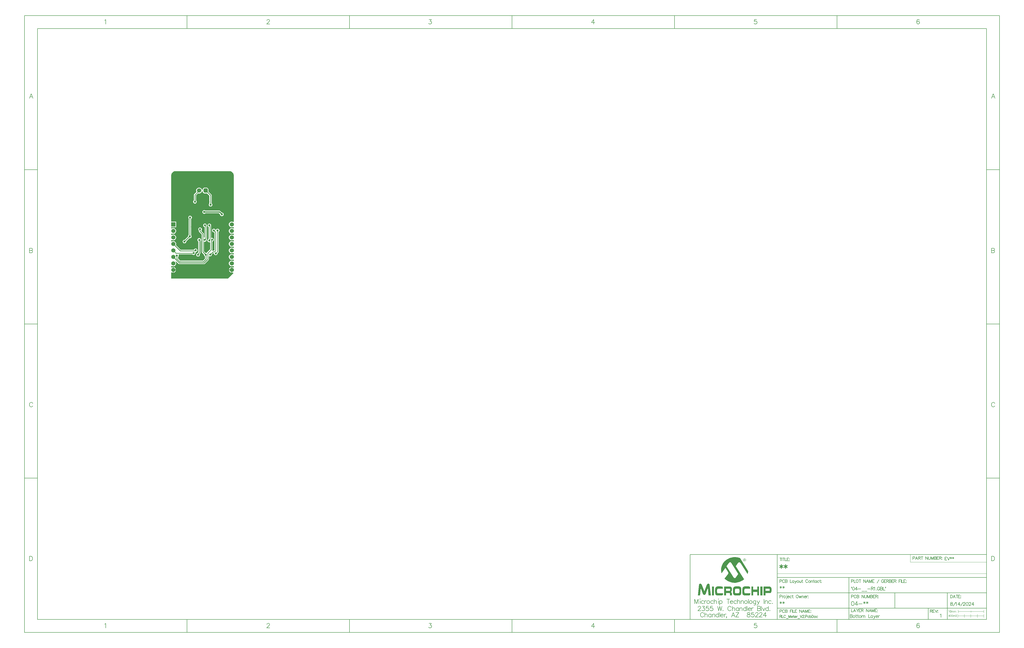
<source format=gbl>
G04*
G04 #@! TF.GenerationSoftware,Altium Limited,Altium Designer,24.4.1 (13)*
G04*
G04 Layer_Physical_Order=2*
G04 Layer_Color=16711680*
%FSLAX43Y43*%
%MOMM*%
G71*
G04*
G04 #@! TF.SameCoordinates,2DE5EF95-E663-491B-9A70-27DC17531A01*
G04*
G04*
G04 #@! TF.FilePolarity,Positive*
G04*
G01*
G75*
%ADD10C,0.200*%
%ADD12C,0.250*%
%ADD13C,0.178*%
%ADD14C,0.150*%
%ADD15C,0.100*%
%ADD16C,0.127*%
%ADD17C,0.180*%
%ADD18C,0.350*%
%ADD41C,0.400*%
%ADD42R,1.651X1.651*%
%ADD43C,1.651*%
G04:AMPARAMS|DCode=44|XSize=1.7mm|YSize=1.7mm|CornerRadius=0mm|HoleSize=0mm|Usage=FLASHONLY|Rotation=180.000|XOffset=0mm|YOffset=0mm|HoleType=Round|Shape=Octagon|*
%AMOCTAGOND44*
4,1,8,-0.850,0.425,-0.850,-0.425,-0.425,-0.850,0.425,-0.850,0.850,-0.425,0.850,0.425,0.425,0.850,-0.425,0.850,-0.850,0.425,0.0*
%
%ADD44OCTAGOND44*%

%ADD45C,1.700*%
%ADD46C,0.800*%
G36*
X23295Y42473D02*
X23649Y42403D01*
X23982Y42265D01*
X24283Y42064D01*
X24538Y41809D01*
X24739Y41508D01*
X24877Y41175D01*
X24947Y40821D01*
X24947Y40640D01*
X24947Y22706D01*
X24697Y22562D01*
X24564Y22639D01*
X24278Y22716D01*
X23982Y22716D01*
X23696Y22639D01*
X23439Y22491D01*
X23229Y22281D01*
X23081Y22024D01*
X23005Y21738D01*
X23005Y21442D01*
X23081Y21156D01*
X23229Y20899D01*
X23439Y20689D01*
X23696Y20541D01*
X23982Y20465D01*
X24278Y20465D01*
X24564Y20541D01*
X24697Y20618D01*
X24947Y20475D01*
X24947Y20166D01*
X24697Y20022D01*
X24564Y20099D01*
X24278Y20176D01*
X23982Y20176D01*
X23696Y20099D01*
X23439Y19951D01*
X23229Y19741D01*
X23081Y19484D01*
X23005Y19198D01*
X23005Y18902D01*
X23081Y18616D01*
X23229Y18359D01*
X23439Y18149D01*
X23696Y18001D01*
X23982Y17925D01*
X24278Y17925D01*
X24564Y18001D01*
X24697Y18078D01*
X24947Y17934D01*
X24947Y17626D01*
X24697Y17482D01*
X24564Y17559D01*
X24278Y17636D01*
X23982Y17636D01*
X23696Y17559D01*
X23439Y17411D01*
X23229Y17201D01*
X23081Y16944D01*
X23005Y16658D01*
X23005Y16362D01*
X23081Y16076D01*
X23229Y15819D01*
X23439Y15609D01*
X23696Y15461D01*
X23982Y15385D01*
X24278Y15385D01*
X24564Y15461D01*
X24697Y15538D01*
X24947Y15394D01*
X24947Y15086D01*
X24697Y14942D01*
X24564Y15019D01*
X24278Y15096D01*
X23982Y15096D01*
X23696Y15019D01*
X23439Y14871D01*
X23229Y14661D01*
X23081Y14404D01*
X23005Y14118D01*
X23005Y13822D01*
X23081Y13536D01*
X23229Y13279D01*
X23439Y13069D01*
X23696Y12921D01*
X23982Y12845D01*
X24278Y12845D01*
X24564Y12921D01*
X24697Y12998D01*
X24947Y12854D01*
X24947Y12546D01*
X24697Y12402D01*
X24564Y12479D01*
X24278Y12556D01*
X23982Y12556D01*
X23696Y12479D01*
X23439Y12331D01*
X23229Y12121D01*
X23081Y11864D01*
X23005Y11578D01*
X23005Y11282D01*
X23081Y10996D01*
X23229Y10739D01*
X23439Y10529D01*
X23696Y10381D01*
X23982Y10305D01*
X24278Y10305D01*
X24564Y10381D01*
X24697Y10458D01*
X24947Y10314D01*
X24947Y10006D01*
X24697Y9862D01*
X24564Y9939D01*
X24278Y10016D01*
X23982Y10016D01*
X23696Y9939D01*
X23439Y9791D01*
X23229Y9581D01*
X23081Y9324D01*
X23005Y9038D01*
X23005Y8742D01*
X23081Y8456D01*
X23229Y8199D01*
X23439Y7989D01*
X23696Y7841D01*
X23982Y7765D01*
X24278Y7765D01*
X24564Y7841D01*
X24697Y7918D01*
X24947Y7774D01*
X24947Y7466D01*
X24697Y7322D01*
X24564Y7399D01*
X24278Y7476D01*
X23982Y7476D01*
X23696Y7399D01*
X23439Y7251D01*
X23229Y7041D01*
X23081Y6784D01*
X23005Y6498D01*
X23005Y6202D01*
X23081Y5916D01*
X23229Y5659D01*
X23439Y5449D01*
X23696Y5301D01*
X23982Y5225D01*
X24278Y5225D01*
X24564Y5301D01*
X24697Y5378D01*
X24947Y5234D01*
X24947Y4846D01*
X24697Y4724D01*
X24545Y4812D01*
X24280Y4883D01*
X24280Y3810D01*
X24280Y2737D01*
X24501Y2796D01*
X24609Y2765D01*
X24778Y2654D01*
X24792Y2572D01*
X22673Y453D01*
X453Y453D01*
X453Y2775D01*
X703Y2896D01*
X855Y2808D01*
X1120Y2737D01*
X1120Y3810D01*
X1120Y4883D01*
X855Y4812D01*
X703Y4724D01*
X453Y4846D01*
X453Y5234D01*
X703Y5378D01*
X836Y5301D01*
X1122Y5225D01*
X1418Y5225D01*
X1704Y5301D01*
X1961Y5449D01*
X2171Y5659D01*
X2319Y5916D01*
X2395Y6202D01*
X2395Y6498D01*
X2319Y6784D01*
X2195Y6998D01*
X2395Y7152D01*
X3334Y6213D01*
X3475Y6119D01*
X3640Y6086D01*
X13298Y6086D01*
X13463Y6119D01*
X13604Y6213D01*
X15052Y7661D01*
X15146Y7802D01*
X15179Y7967D01*
X15179Y9042D01*
X15412Y9193D01*
X15429Y9191D01*
X15593Y9147D01*
X15777Y9147D01*
X15955Y9195D01*
X16115Y9287D01*
X16245Y9417D01*
X16337Y9577D01*
X16385Y9755D01*
X16385Y9858D01*
X16932Y10405D01*
X16943Y10403D01*
X17170Y10289D01*
X17170Y10187D01*
X17217Y10009D01*
X17309Y9849D01*
X17440Y9719D01*
X17599Y9627D01*
X17777Y9579D01*
X17962Y9579D01*
X18140Y9627D01*
X18299Y9719D01*
X18430Y9849D01*
X18522Y10009D01*
X18570Y10187D01*
X18570Y10366D01*
X18913Y10709D01*
X19007Y10850D01*
X19040Y11015D01*
X19040Y18688D01*
X19166Y18815D01*
X19258Y18975D01*
X19306Y19153D01*
X19306Y19337D01*
X19258Y19515D01*
X19166Y19675D01*
X19036Y19805D01*
X18876Y19897D01*
X18698Y19945D01*
X18514Y19945D01*
X18336Y19897D01*
X18176Y19805D01*
X18046Y19675D01*
X18007Y19606D01*
X18006Y19606D01*
X17734Y19606D01*
X17733Y19606D01*
X17693Y19675D01*
X17563Y19805D01*
X17403Y19897D01*
X17225Y19945D01*
X17041Y19945D01*
X16863Y19897D01*
X16703Y19805D01*
X16573Y19675D01*
X16481Y19515D01*
X16433Y19337D01*
X16433Y19153D01*
X16481Y18975D01*
X16573Y18815D01*
X16703Y18685D01*
X16863Y18593D01*
X17041Y18545D01*
X17220Y18545D01*
X17411Y18354D01*
X17411Y11525D01*
X17271Y11385D01*
X16866Y11385D01*
X16700Y11352D01*
X16620Y11298D01*
X16436Y11458D01*
X16530Y11599D01*
X16563Y11764D01*
X16563Y14944D01*
X16717Y14986D01*
X16877Y15078D01*
X17007Y15208D01*
X17100Y15368D01*
X17147Y15546D01*
X17147Y15730D01*
X17100Y15908D01*
X17007Y16068D01*
X16877Y16198D01*
X16717Y16291D01*
X16539Y16338D01*
X16355Y16338D01*
X16267Y16315D01*
X16060Y16434D01*
X16017Y16487D01*
X16017Y20900D01*
X16009Y20940D01*
X16033Y20981D01*
X16080Y21159D01*
X16080Y21344D01*
X16033Y21522D01*
X15941Y21681D01*
X15810Y21812D01*
X15651Y21904D01*
X15473Y21952D01*
X15288Y21952D01*
X15110Y21904D01*
X14951Y21812D01*
X14820Y21681D01*
X14728Y21522D01*
X14680Y21344D01*
X14680Y21159D01*
X14728Y20981D01*
X14820Y20822D01*
X14951Y20691D01*
X15110Y20599D01*
X15150Y20589D01*
X15150Y16018D01*
X15070Y15997D01*
X14911Y15904D01*
X14780Y15774D01*
X14688Y15614D01*
X14640Y15436D01*
X14640Y15252D01*
X14688Y15074D01*
X14780Y14914D01*
X14911Y14784D01*
X15070Y14692D01*
X15248Y14644D01*
X15433Y14644D01*
X15446Y14648D01*
X15696Y14466D01*
X15696Y11944D01*
X14439Y10687D01*
X14345Y10546D01*
X14075Y10468D01*
X14063Y10471D01*
X13878Y10471D01*
X13872Y10469D01*
X13248Y11093D01*
X13248Y14693D01*
X13498Y14869D01*
X13523Y14862D01*
X13707Y14862D01*
X13885Y14910D01*
X14045Y15002D01*
X14175Y15132D01*
X14267Y15292D01*
X14315Y15470D01*
X14315Y15649D01*
X14341Y15675D01*
X14435Y15816D01*
X14468Y15981D01*
X14468Y20871D01*
X14435Y21036D01*
X14353Y21159D01*
X14353Y21159D01*
X14353Y21344D01*
X14306Y21522D01*
X14213Y21681D01*
X14083Y21812D01*
X13923Y21904D01*
X13745Y21952D01*
X13561Y21952D01*
X13383Y21904D01*
X13223Y21812D01*
X13093Y21681D01*
X13001Y21522D01*
X12953Y21344D01*
X12953Y21159D01*
X13001Y20981D01*
X13093Y20822D01*
X13223Y20691D01*
X13383Y20599D01*
X13561Y20552D01*
X13601Y20552D01*
X13601Y16489D01*
X13498Y16436D01*
X13248Y16588D01*
X13248Y17895D01*
X13215Y18061D01*
X13121Y18201D01*
X12339Y18984D01*
X12308Y19298D01*
X12401Y19457D01*
X12448Y19635D01*
X12448Y19820D01*
X12401Y19998D01*
X12308Y20157D01*
X12178Y20288D01*
X12018Y20380D01*
X11840Y20428D01*
X11656Y20428D01*
X11478Y20380D01*
X11318Y20288D01*
X11188Y20157D01*
X11096Y19998D01*
X11048Y19820D01*
X11048Y19635D01*
X11096Y19457D01*
X11188Y19298D01*
X11289Y19196D01*
X11289Y18987D01*
X11322Y18821D01*
X11416Y18681D01*
X12382Y17716D01*
X12382Y10914D01*
X12415Y10748D01*
X12509Y10607D01*
X13270Y9846D01*
X13270Y9679D01*
X13318Y9501D01*
X13410Y9341D01*
X13541Y9211D01*
X13700Y9119D01*
X13702Y9118D01*
X13702Y8244D01*
X12940Y7482D01*
X3998Y7482D01*
X3139Y8341D01*
X3139Y8884D01*
X3266Y9011D01*
X3358Y9170D01*
X3406Y9348D01*
X3406Y9533D01*
X3369Y9672D01*
X3431Y9803D01*
X3525Y9922D01*
X8728Y9922D01*
X8804Y9846D01*
X8963Y9754D01*
X9141Y9706D01*
X9326Y9706D01*
X9504Y9754D01*
X9663Y9846D01*
X9794Y9976D01*
X9886Y10136D01*
X9934Y10314D01*
X9934Y10498D01*
X9919Y10552D01*
X10072Y10781D01*
X10103Y10798D01*
X10113Y10798D01*
X10291Y10846D01*
X10451Y10938D01*
X10581Y11068D01*
X10673Y11228D01*
X10721Y11406D01*
X10721Y11590D01*
X10673Y11768D01*
X10581Y11928D01*
X10451Y12058D01*
X10291Y12150D01*
X10113Y12198D01*
X9929Y12198D01*
X9751Y12150D01*
X9591Y12058D01*
X9461Y11928D01*
X9369Y11768D01*
X9344Y11677D01*
X4175Y11677D01*
X2318Y13535D01*
X2319Y13536D01*
X2395Y13822D01*
X2395Y14118D01*
X2319Y14404D01*
X2171Y14661D01*
X1961Y14871D01*
X1704Y15019D01*
X1418Y15096D01*
X1122Y15096D01*
X836Y15019D01*
X703Y14942D01*
X453Y15086D01*
X453Y15394D01*
X703Y15538D01*
X836Y15461D01*
X1122Y15385D01*
X1418Y15385D01*
X1704Y15461D01*
X1961Y15609D01*
X2171Y15819D01*
X2319Y16076D01*
X2395Y16362D01*
X2395Y16658D01*
X2319Y16944D01*
X2171Y17201D01*
X1961Y17411D01*
X1704Y17559D01*
X1418Y17636D01*
X1122Y17636D01*
X836Y17559D01*
X703Y17482D01*
X453Y17626D01*
X453Y17934D01*
X703Y18078D01*
X836Y18001D01*
X1122Y17925D01*
X1418Y17925D01*
X1704Y18001D01*
X1961Y18149D01*
X2171Y18359D01*
X2319Y18616D01*
X2395Y18902D01*
X2395Y19198D01*
X2319Y19484D01*
X2171Y19741D01*
X1961Y19951D01*
X1704Y20099D01*
X1418Y20176D01*
X1122Y20176D01*
X836Y20099D01*
X703Y20022D01*
X453Y20166D01*
X453Y20465D01*
X2395Y20465D01*
X2395Y22716D01*
X453Y22716D01*
X453Y40640D01*
X453Y40821D01*
X523Y41175D01*
X661Y41508D01*
X862Y41809D01*
X1117Y42064D01*
X1418Y42265D01*
X1751Y42403D01*
X2105Y42473D01*
X2286Y42473D01*
X23114Y42473D01*
X23295Y42473D01*
X23295Y42473D02*
G37*
G36*
X224613Y-109042D02*
X224697Y-109070D01*
X224810Y-109112D01*
X224909Y-109169D01*
X224994Y-109267D01*
X225050Y-109408D01*
X225078Y-109578D01*
X225078Y-109606D01*
X225064Y-109662D01*
X225050Y-109761D01*
X225008Y-109860D01*
X224951Y-109973D01*
X224852Y-110058D01*
X224711Y-110128D01*
X224528Y-110156D01*
X224486Y-110156D01*
X224443Y-110142D01*
X224387Y-110128D01*
X224246Y-110086D01*
X224175Y-110043D01*
X224105Y-109987D01*
X224105Y-109973D01*
X224076Y-109959D01*
X224020Y-109874D01*
X223964Y-109747D01*
X223949Y-109662D01*
X223935Y-109578D01*
X223935Y-109564D01*
X223935Y-109535D01*
X223949Y-109493D01*
X223964Y-109451D01*
X224020Y-109324D01*
X224062Y-109253D01*
X224119Y-109197D01*
X224133Y-109183D01*
X224147Y-109169D01*
X224232Y-109112D01*
X224359Y-109056D01*
X224443Y-109028D01*
X224556Y-109028D01*
X224613Y-109042D01*
X224613Y-109042D02*
G37*
G36*
X221001Y-108548D02*
X221113Y-108562D01*
X221255Y-108562D01*
X221396Y-108590D01*
X221720Y-108632D01*
X222073Y-108717D01*
X222426Y-108816D01*
X222778Y-108957D01*
X225939Y-113994D01*
X225939Y-114008D01*
X225939Y-114036D01*
X225925Y-114093D01*
X225925Y-114149D01*
X225911Y-114234D01*
X225897Y-114333D01*
X225854Y-114544D01*
X225854Y-114559D01*
X225840Y-114601D01*
X225826Y-114657D01*
X225812Y-114728D01*
X225784Y-114827D01*
X225756Y-114925D01*
X225685Y-115165D01*
X222934Y-110862D01*
X222919Y-110848D01*
X222905Y-110805D01*
X222849Y-110749D01*
X222792Y-110692D01*
X222722Y-110636D01*
X222637Y-110580D01*
X222553Y-110537D01*
X222440Y-110523D01*
X222397Y-110523D01*
X222355Y-110537D01*
X222299Y-110565D01*
X222228Y-110608D01*
X222143Y-110664D01*
X222073Y-110735D01*
X221988Y-110848D01*
X221071Y-112103D01*
X224302Y-117197D01*
X224288Y-117211D01*
X224232Y-117253D01*
X224147Y-117324D01*
X224034Y-117409D01*
X223879Y-117522D01*
X223695Y-117634D01*
X223498Y-117761D01*
X223258Y-117888D01*
X223004Y-118015D01*
X222708Y-118142D01*
X222412Y-118255D01*
X222073Y-118368D01*
X221720Y-118453D01*
X221353Y-118523D01*
X220972Y-118566D01*
X220563Y-118580D01*
X220464Y-118580D01*
X220352Y-118566D01*
X220196Y-118552D01*
X219999Y-118523D01*
X219773Y-118495D01*
X219533Y-118439D01*
X219251Y-118368D01*
X218969Y-118283D01*
X218658Y-118171D01*
X218334Y-118044D01*
X218009Y-117888D01*
X217685Y-117691D01*
X217360Y-117479D01*
X217050Y-117225D01*
X216739Y-116929D01*
X218108Y-115038D01*
X218122Y-115024D01*
X218136Y-114968D01*
X218165Y-114883D01*
X218179Y-114812D01*
X218193Y-114728D01*
X218193Y-114700D01*
X218179Y-114629D01*
X218136Y-114502D01*
X218052Y-114347D01*
X217036Y-112752D01*
X215526Y-114855D01*
X215526Y-114841D01*
X215512Y-114827D01*
X215498Y-114742D01*
X215470Y-114615D01*
X215441Y-114446D01*
X215399Y-114234D01*
X215371Y-114008D01*
X215357Y-113740D01*
X215343Y-113472D01*
X215343Y-113444D01*
X215343Y-113387D01*
X215357Y-113275D01*
X215371Y-113148D01*
X215385Y-112978D01*
X215413Y-112781D01*
X215470Y-112555D01*
X215526Y-112315D01*
X215597Y-112061D01*
X215695Y-111779D01*
X215822Y-111497D01*
X215949Y-111215D01*
X216119Y-110932D01*
X216316Y-110636D01*
X216542Y-110354D01*
X216796Y-110086D01*
X216810Y-110072D01*
X216866Y-110015D01*
X216951Y-109945D01*
X217078Y-109846D01*
X217233Y-109719D01*
X217417Y-109592D01*
X217628Y-109451D01*
X217868Y-109310D01*
X218136Y-109169D01*
X218433Y-109028D01*
X218757Y-108886D01*
X219096Y-108774D01*
X219463Y-108675D01*
X219858Y-108604D01*
X220267Y-108548D01*
X220704Y-108534D01*
X220902Y-108534D01*
X221001Y-108548D01*
X221001Y-108548D02*
G37*
G36*
X226249Y-120005D02*
X226320Y-120019D01*
X226376Y-120033D01*
X226390Y-120033D01*
X226419Y-120047D01*
X226517Y-120090D01*
X226574Y-120146D01*
X226616Y-120202D01*
X226659Y-120273D01*
X226687Y-120372D01*
X226687Y-120386D01*
X226701Y-120400D01*
X226701Y-120442D01*
X226715Y-120513D01*
X226715Y-120583D01*
X226729Y-120682D01*
X226729Y-120795D01*
X226729Y-120922D01*
X224838Y-120880D01*
X224824Y-120880D01*
X224768Y-120894D01*
X224697Y-120908D01*
X224627Y-120964D01*
X224542Y-121035D01*
X224472Y-121162D01*
X224443Y-121247D01*
X224415Y-121345D01*
X224401Y-121444D01*
X224401Y-121571D01*
X224401Y-121952D01*
X224401Y-121966D01*
X224401Y-121980D01*
X224415Y-122065D01*
X224429Y-122164D01*
X224457Y-122291D01*
X224500Y-122418D01*
X224584Y-122531D01*
X224683Y-122615D01*
X224754Y-122629D01*
X224824Y-122643D01*
X226757Y-122643D01*
X226757Y-122672D01*
X226757Y-122728D01*
X226757Y-122827D01*
X226743Y-122940D01*
X226729Y-123053D01*
X226715Y-123165D01*
X226687Y-123264D01*
X226644Y-123335D01*
X226644Y-123349D01*
X226616Y-123363D01*
X226574Y-123391D01*
X226517Y-123419D01*
X226433Y-123462D01*
X226320Y-123490D01*
X226179Y-123504D01*
X226009Y-123518D01*
X224599Y-123518D01*
X224486Y-123504D01*
X224345Y-123476D01*
X224203Y-123434D01*
X224048Y-123363D01*
X223921Y-123278D01*
X223822Y-123151D01*
X223822Y-123137D01*
X223794Y-123095D01*
X223766Y-123024D01*
X223738Y-122940D01*
X223710Y-122813D01*
X223681Y-122672D01*
X223667Y-122488D01*
X223653Y-122291D01*
X223653Y-121247D01*
X223653Y-121232D01*
X223653Y-121204D01*
X223653Y-121162D01*
X223667Y-121105D01*
X223681Y-120964D01*
X223710Y-120781D01*
X223752Y-120597D01*
X223837Y-120414D01*
X223935Y-120259D01*
X224006Y-120188D01*
X224076Y-120132D01*
X224091Y-120132D01*
X224119Y-120104D01*
X224161Y-120090D01*
X224232Y-120061D01*
X224316Y-120033D01*
X224429Y-120019D01*
X224556Y-119991D01*
X226080Y-119991D01*
X226249Y-120005D01*
X226249Y-120005D02*
G37*
G36*
X230172Y-123490D02*
X229452Y-123490D01*
X229452Y-122178D01*
X227886Y-122178D01*
X227886Y-123490D01*
X227209Y-123490D01*
X227209Y-120033D01*
X227886Y-120033D01*
X227886Y-121247D01*
X229452Y-121247D01*
X229452Y-120033D01*
X230172Y-120033D01*
X230172Y-123490D01*
X230172Y-123490D02*
G37*
G36*
X210475Y-118904D02*
X210545Y-118918D01*
X210630Y-118961D01*
X210700Y-119017D01*
X210771Y-119116D01*
X210842Y-119243D01*
X210870Y-119426D01*
X211335Y-123490D01*
X210461Y-123490D01*
X210221Y-120569D01*
X210207Y-120569D01*
X209318Y-122911D01*
X209318Y-122926D01*
X209290Y-122968D01*
X209247Y-123038D01*
X209191Y-123109D01*
X209120Y-123180D01*
X209036Y-123250D01*
X208937Y-123292D01*
X208810Y-123307D01*
X208753Y-123307D01*
X208683Y-123278D01*
X208598Y-123250D01*
X208499Y-123208D01*
X208415Y-123137D01*
X208344Y-123038D01*
X208274Y-122911D01*
X207385Y-120612D01*
X207371Y-120612D01*
X207117Y-123490D01*
X206270Y-123490D01*
X206707Y-119384D01*
X206707Y-119356D01*
X206722Y-119299D01*
X206750Y-119229D01*
X206792Y-119130D01*
X206849Y-119045D01*
X206933Y-118961D01*
X207046Y-118904D01*
X207173Y-118890D01*
X207244Y-118890D01*
X207328Y-118918D01*
X207427Y-118947D01*
X207526Y-119003D01*
X207639Y-119088D01*
X207723Y-119201D01*
X207808Y-119356D01*
X208796Y-121867D01*
X208810Y-121867D01*
X209797Y-119356D01*
X209812Y-119342D01*
X209826Y-119285D01*
X209882Y-119215D01*
X209939Y-119116D01*
X210023Y-119031D01*
X210136Y-118961D01*
X210263Y-118904D01*
X210418Y-118890D01*
X210432Y-118890D01*
X210475Y-118904D01*
X210475Y-118904D02*
G37*
G36*
X234306Y-120047D02*
X234419Y-120061D01*
X234546Y-120104D01*
X234687Y-120174D01*
X234814Y-120273D01*
X234927Y-120414D01*
X235011Y-120612D01*
X235011Y-120626D01*
X235026Y-120654D01*
X235026Y-120710D01*
X235040Y-120781D01*
X235054Y-120866D01*
X235054Y-120964D01*
X235068Y-121091D01*
X235068Y-121218D01*
X235068Y-121486D01*
X235068Y-121515D01*
X235068Y-121585D01*
X235054Y-121698D01*
X235040Y-121825D01*
X235011Y-121980D01*
X234983Y-122135D01*
X234927Y-122262D01*
X234856Y-122389D01*
X234856Y-122404D01*
X234828Y-122418D01*
X234786Y-122460D01*
X234743Y-122502D01*
X234673Y-122545D01*
X234588Y-122573D01*
X234504Y-122601D01*
X234391Y-122615D01*
X232669Y-122615D01*
X232669Y-123490D01*
X231964Y-123490D01*
X231964Y-120033D01*
X234235Y-120033D01*
X234306Y-120047D01*
X234306Y-120047D02*
G37*
G36*
X231498Y-123490D02*
X230680Y-123490D01*
X230680Y-120033D01*
X231498Y-120033D01*
X231498Y-123490D01*
X231498Y-123490D02*
G37*
G36*
X218997Y-120047D02*
X219110Y-120090D01*
X219237Y-120160D01*
X219293Y-120217D01*
X219364Y-120287D01*
X219420Y-120372D01*
X219463Y-120470D01*
X219519Y-120583D01*
X219547Y-120724D01*
X219561Y-120880D01*
X219575Y-121063D01*
X219575Y-121275D01*
X219575Y-121289D01*
X219575Y-121303D01*
X219575Y-121388D01*
X219561Y-121515D01*
X219533Y-121656D01*
X219477Y-121797D01*
X219406Y-121938D01*
X219307Y-122051D01*
X219180Y-122135D01*
X219180Y-122150D01*
X219195Y-122150D01*
X219237Y-122178D01*
X219307Y-122220D01*
X219378Y-122291D01*
X219448Y-122389D01*
X219519Y-122516D01*
X219561Y-122686D01*
X219575Y-122911D01*
X219575Y-123490D01*
X218842Y-123490D01*
X218842Y-123081D01*
X218842Y-123067D01*
X218842Y-123038D01*
X218842Y-122982D01*
X218842Y-122926D01*
X218828Y-122813D01*
X218828Y-122756D01*
X218814Y-122714D01*
X218799Y-122700D01*
X218757Y-122643D01*
X218687Y-122601D01*
X218560Y-122587D01*
X217276Y-122587D01*
X217276Y-123490D01*
X216542Y-123490D01*
X216542Y-120033D01*
X218912Y-120033D01*
X218997Y-120047D01*
X218997Y-120047D02*
G37*
G36*
X212577Y-123490D02*
X211773Y-123490D01*
X211773Y-120033D01*
X212577Y-120033D01*
X212577Y-123490D01*
X212577Y-123490D02*
G37*
G36*
X222426Y-120005D02*
X222553Y-120033D01*
X222680Y-120061D01*
X222821Y-120118D01*
X222934Y-120202D01*
X223032Y-120301D01*
X223046Y-120315D01*
X223075Y-120358D01*
X223103Y-120428D01*
X223145Y-120527D01*
X223188Y-120668D01*
X223230Y-120823D01*
X223244Y-121007D01*
X223258Y-121232D01*
X223258Y-122277D01*
X223258Y-122291D01*
X223258Y-122319D01*
X223258Y-122361D01*
X223244Y-122432D01*
X223230Y-122587D01*
X223202Y-122784D01*
X223131Y-122982D01*
X223046Y-123180D01*
X222919Y-123335D01*
X222835Y-123405D01*
X222750Y-123448D01*
X222736Y-123448D01*
X222708Y-123462D01*
X222665Y-123476D01*
X222609Y-123476D01*
X222538Y-123490D01*
X222454Y-123504D01*
X222228Y-123518D01*
X220958Y-123518D01*
X220845Y-123504D01*
X220718Y-123476D01*
X220577Y-123434D01*
X220436Y-123377D01*
X220309Y-123292D01*
X220196Y-123180D01*
X220182Y-123165D01*
X220168Y-123123D01*
X220140Y-123053D01*
X220112Y-122954D01*
X220069Y-122841D01*
X220041Y-122686D01*
X220027Y-122488D01*
X220013Y-122277D01*
X220013Y-121232D01*
X220013Y-121218D01*
X220013Y-121190D01*
X220013Y-121134D01*
X220027Y-121063D01*
X220041Y-120894D01*
X220083Y-120696D01*
X220154Y-120485D01*
X220267Y-120301D01*
X220337Y-120217D01*
X220408Y-120146D01*
X220507Y-120090D01*
X220605Y-120047D01*
X220620Y-120047D01*
X220634Y-120033D01*
X220676Y-120033D01*
X220732Y-120019D01*
X220874Y-120005D01*
X221057Y-119991D01*
X222327Y-119991D01*
X222426Y-120005D01*
X222426Y-120005D02*
G37*
G36*
X215357Y-120005D02*
X215526Y-120005D01*
X215681Y-120019D01*
X215808Y-120047D01*
X215851Y-120061D01*
X215879Y-120075D01*
X215893Y-120075D01*
X215907Y-120104D01*
X215935Y-120146D01*
X215977Y-120217D01*
X216020Y-120315D01*
X216048Y-120456D01*
X216062Y-120640D01*
X216076Y-120880D01*
X214171Y-120880D01*
X214087Y-120894D01*
X213988Y-120936D01*
X213889Y-121021D01*
X213875Y-121049D01*
X213861Y-121077D01*
X213833Y-121134D01*
X213819Y-121204D01*
X213790Y-121303D01*
X213776Y-121430D01*
X213776Y-121571D01*
X213776Y-121952D01*
X213776Y-121966D01*
X213776Y-122023D01*
X213776Y-122093D01*
X213790Y-122164D01*
X213805Y-122347D01*
X213819Y-122418D01*
X213833Y-122474D01*
X213847Y-122502D01*
X213903Y-122559D01*
X213960Y-122587D01*
X214016Y-122615D01*
X214101Y-122629D01*
X214186Y-122643D01*
X216119Y-122643D01*
X216119Y-122672D01*
X216119Y-122728D01*
X216119Y-122813D01*
X216104Y-122911D01*
X216076Y-123137D01*
X216048Y-123236D01*
X216020Y-123307D01*
X216020Y-123321D01*
X215992Y-123335D01*
X215949Y-123377D01*
X215893Y-123405D01*
X215794Y-123448D01*
X215681Y-123490D01*
X215540Y-123504D01*
X215371Y-123518D01*
X213974Y-123518D01*
X213875Y-123504D01*
X213748Y-123476D01*
X213607Y-123448D01*
X213466Y-123405D01*
X213339Y-123335D01*
X213240Y-123236D01*
X213226Y-123222D01*
X213212Y-123180D01*
X213170Y-123109D01*
X213127Y-123010D01*
X213085Y-122883D01*
X213057Y-122714D01*
X213029Y-122516D01*
X213014Y-122277D01*
X213014Y-121232D01*
X213014Y-121218D01*
X213014Y-121190D01*
X213014Y-121134D01*
X213029Y-121063D01*
X213057Y-120880D01*
X213099Y-120668D01*
X213184Y-120456D01*
X213311Y-120259D01*
X213395Y-120174D01*
X213494Y-120104D01*
X213593Y-120047D01*
X213720Y-120019D01*
X213748Y-120019D01*
X213819Y-120005D01*
X213932Y-119991D01*
X215187Y-119991D01*
X215357Y-120005D01*
X215357Y-120005D02*
G37*
%LPC*%
G36*
X14494Y36024D02*
X13344Y36024D01*
X12769Y35449D01*
X12769Y35096D01*
X12519Y35063D01*
X12451Y35318D01*
X12299Y35580D01*
X12085Y35794D01*
X11823Y35946D01*
X11531Y36024D01*
X11228Y36024D01*
X10935Y35946D01*
X10673Y35794D01*
X10459Y35580D01*
X10308Y35318D01*
X10229Y35026D01*
X10229Y34723D01*
X10308Y34430D01*
X10349Y34359D01*
X9449Y33459D01*
X9355Y33318D01*
X9322Y33152D01*
X9322Y31026D01*
X9195Y30899D01*
X9103Y30740D01*
X9055Y30562D01*
X9055Y30377D01*
X9103Y30199D01*
X9195Y30040D01*
X9325Y29910D01*
X9485Y29817D01*
X9663Y29770D01*
X9847Y29770D01*
X10025Y29817D01*
X10185Y29910D01*
X10315Y30040D01*
X10407Y30199D01*
X10455Y30377D01*
X10455Y30562D01*
X10407Y30740D01*
X10315Y30899D01*
X10189Y31026D01*
X10189Y32973D01*
X11001Y33785D01*
X11228Y33724D01*
X11531Y33724D01*
X11823Y33803D01*
X12085Y33954D01*
X12299Y34168D01*
X12451Y34430D01*
X12519Y34686D01*
X12769Y34653D01*
X12769Y34299D01*
X13344Y33724D01*
X14494Y33724D01*
X14516Y33746D01*
X15404Y32858D01*
X15404Y29835D01*
X15303Y29733D01*
X15211Y29574D01*
X15163Y29396D01*
X15163Y29211D01*
X15211Y29033D01*
X15303Y28874D01*
X15433Y28743D01*
X15593Y28651D01*
X15771Y28603D01*
X15955Y28603D01*
X16133Y28651D01*
X16293Y28743D01*
X16423Y28874D01*
X16515Y29033D01*
X16563Y29211D01*
X16563Y29396D01*
X16515Y29574D01*
X16423Y29733D01*
X16293Y29864D01*
X16271Y29876D01*
X16271Y33037D01*
X16238Y33203D01*
X16144Y33344D01*
X15069Y34418D01*
X15069Y35449D01*
X14494Y36024D01*
X14494Y36024D02*
G37*
G36*
X13466Y27184D02*
X13282Y27184D01*
X13104Y27136D01*
X12944Y27044D01*
X12814Y26914D01*
X12722Y26754D01*
X12674Y26576D01*
X12674Y26392D01*
X12722Y26214D01*
X12814Y26054D01*
X12944Y25924D01*
X13104Y25832D01*
X13282Y25784D01*
X13466Y25784D01*
X13644Y25832D01*
X13804Y25924D01*
X13854Y25974D01*
X19132Y25974D01*
X19583Y25523D01*
X19583Y25452D01*
X19630Y25274D01*
X19722Y25114D01*
X19853Y24984D01*
X20012Y24892D01*
X20190Y24844D01*
X20375Y24844D01*
X20553Y24892D01*
X20712Y24984D01*
X20843Y25114D01*
X20935Y25274D01*
X20983Y25452D01*
X20983Y25636D01*
X20935Y25814D01*
X20843Y25974D01*
X20712Y26104D01*
X20553Y26197D01*
X20375Y26244D01*
X20304Y26244D01*
X19703Y26844D01*
X19538Y26955D01*
X19343Y26994D01*
X13854Y26994D01*
X13804Y27044D01*
X13644Y27136D01*
X13466Y27184D01*
X13466Y27184D02*
G37*
G36*
X7954Y25025D02*
X7770Y25025D01*
X7592Y24977D01*
X7432Y24885D01*
X7302Y24755D01*
X7210Y24595D01*
X7162Y24417D01*
X7162Y24233D01*
X7210Y24055D01*
X7302Y23895D01*
X7352Y23845D01*
X7352Y17495D01*
X7305Y17468D01*
X7175Y17338D01*
X7083Y17178D01*
X7035Y17000D01*
X7035Y16897D01*
X5739Y15602D01*
X5560Y15602D01*
X5382Y15554D01*
X5222Y15462D01*
X5092Y15331D01*
X5000Y15172D01*
X4952Y14994D01*
X4952Y14809D01*
X5000Y14631D01*
X5092Y14472D01*
X5222Y14341D01*
X5382Y14249D01*
X5560Y14202D01*
X5744Y14202D01*
X5922Y14249D01*
X6082Y14341D01*
X6212Y14472D01*
X6305Y14631D01*
X6352Y14809D01*
X6352Y14989D01*
X7587Y16223D01*
X7643Y16208D01*
X7827Y16208D01*
X8005Y16256D01*
X8165Y16348D01*
X8295Y16478D01*
X8387Y16638D01*
X8435Y16816D01*
X8435Y17000D01*
X8387Y17178D01*
X8295Y17338D01*
X8219Y17414D01*
X8219Y23723D01*
X8292Y23765D01*
X8422Y23895D01*
X8514Y24055D01*
X8562Y24233D01*
X8562Y24417D01*
X8514Y24595D01*
X8422Y24755D01*
X8292Y24885D01*
X8132Y24977D01*
X7954Y25025D01*
X7954Y25025D02*
G37*
G36*
X11522Y16245D02*
X11338Y16245D01*
X11160Y16197D01*
X11000Y16105D01*
X10870Y15975D01*
X10778Y15815D01*
X10730Y15637D01*
X10730Y15453D01*
X10778Y15275D01*
X10870Y15115D01*
X11000Y14985D01*
X11061Y14950D01*
X11061Y10720D01*
X10760Y10419D01*
X10757Y10416D01*
X10691Y10398D01*
X10531Y10306D01*
X10401Y10175D01*
X10309Y10016D01*
X10261Y9838D01*
X10261Y9653D01*
X10309Y9475D01*
X10401Y9316D01*
X10531Y9185D01*
X10691Y9093D01*
X10869Y9045D01*
X11053Y9045D01*
X11231Y9093D01*
X11391Y9185D01*
X11521Y9316D01*
X11613Y9475D01*
X11661Y9653D01*
X11661Y9838D01*
X11613Y10016D01*
X11602Y10036D01*
X11801Y10235D01*
X11895Y10375D01*
X11928Y10541D01*
X11928Y15052D01*
X11990Y15115D01*
X12082Y15275D01*
X12130Y15453D01*
X12130Y15637D01*
X12082Y15815D01*
X11990Y15975D01*
X11860Y16105D01*
X11700Y16197D01*
X11522Y16245D01*
X11522Y16245D02*
G37*
G36*
X1420Y4883D02*
X1420Y3960D01*
X2343Y3960D01*
X2272Y4225D01*
X2131Y4470D01*
X1930Y4671D01*
X1685Y4812D01*
X1420Y4883D01*
X1420Y4883D02*
G37*
G36*
X23980Y4883D02*
X23715Y4812D01*
X23470Y4671D01*
X23269Y4470D01*
X23128Y4225D01*
X23057Y3960D01*
X23980Y3960D01*
X23980Y4883D01*
X23980Y4883D02*
G37*
G36*
X23980Y3660D02*
X23057Y3660D01*
X23128Y3395D01*
X23269Y3150D01*
X23470Y2949D01*
X23715Y2808D01*
X23980Y2737D01*
X23980Y3660D01*
X23980Y3660D02*
G37*
G36*
X2343Y3660D02*
X1420Y3660D01*
X1420Y2737D01*
X1685Y2808D01*
X1930Y2949D01*
X2131Y3150D01*
X2272Y3395D01*
X2343Y3660D01*
X2343Y3660D02*
G37*
G36*
X224528Y-109126D02*
X224457Y-109126D01*
X224373Y-109155D01*
X224288Y-109183D01*
X224189Y-109239D01*
X224119Y-109310D01*
X224062Y-109423D01*
X224034Y-109578D01*
X224034Y-109592D01*
X224034Y-109606D01*
X224048Y-109691D01*
X224091Y-109804D01*
X224175Y-109931D01*
X224203Y-109959D01*
X224274Y-110001D01*
X224387Y-110043D01*
X224528Y-110072D01*
X224542Y-110072D01*
X224599Y-110058D01*
X224669Y-110043D01*
X224768Y-110015D01*
X224852Y-109945D01*
X224923Y-109860D01*
X224979Y-109747D01*
X224994Y-109578D01*
X224994Y-109564D01*
X224994Y-109507D01*
X224965Y-109437D01*
X224937Y-109352D01*
X224881Y-109267D01*
X224796Y-109197D01*
X224683Y-109140D01*
X224528Y-109126D01*
X224528Y-109126D02*
G37*
%LPD*%
G36*
X224655Y-109282D02*
X224726Y-109338D01*
X224754Y-109380D01*
X224768Y-109451D01*
X224768Y-109465D01*
X224768Y-109479D01*
X224754Y-109550D01*
X224697Y-109606D01*
X224655Y-109634D01*
X224599Y-109648D01*
X224782Y-109931D01*
X224669Y-109931D01*
X224500Y-109648D01*
X224387Y-109648D01*
X224387Y-109931D01*
X224288Y-109931D01*
X224288Y-109253D01*
X224570Y-109253D01*
X224655Y-109282D01*
X224655Y-109282D02*
G37*
%LPC*%
G36*
X224556Y-109352D02*
X224387Y-109352D01*
X224387Y-109564D01*
X224570Y-109564D01*
X224613Y-109550D01*
X224641Y-109521D01*
X224655Y-109451D01*
X224655Y-109437D01*
X224641Y-109394D01*
X224613Y-109366D01*
X224556Y-109352D01*
X224556Y-109352D02*
G37*
G36*
X218870Y-110509D02*
X218828Y-110509D01*
X218771Y-110523D01*
X218715Y-110551D01*
X218644Y-110594D01*
X218560Y-110650D01*
X218475Y-110721D01*
X218390Y-110834D01*
X217501Y-112089D01*
X220196Y-116365D01*
X220210Y-116379D01*
X220239Y-116421D01*
X220281Y-116492D01*
X220337Y-116548D01*
X220408Y-116619D01*
X220493Y-116689D01*
X220563Y-116731D01*
X220648Y-116746D01*
X220690Y-116746D01*
X220747Y-116731D01*
X220803Y-116703D01*
X220874Y-116675D01*
X220958Y-116633D01*
X221043Y-116562D01*
X221113Y-116463D01*
X222059Y-115109D01*
X219350Y-110848D01*
X219336Y-110834D01*
X219307Y-110791D01*
X219265Y-110735D01*
X219209Y-110678D01*
X219138Y-110622D01*
X219053Y-110565D01*
X218969Y-110523D01*
X218870Y-110509D01*
X218870Y-110509D02*
G37*
G36*
X234038Y-120866D02*
X232669Y-120866D01*
X232669Y-121740D01*
X234123Y-121740D01*
X234151Y-121726D01*
X234193Y-121698D01*
X234235Y-121656D01*
X234278Y-121585D01*
X234292Y-121501D01*
X234306Y-121388D01*
X234306Y-121247D01*
X234306Y-121232D01*
X234306Y-121190D01*
X234292Y-121120D01*
X234278Y-121049D01*
X234235Y-120993D01*
X234193Y-120922D01*
X234123Y-120880D01*
X234038Y-120866D01*
X234038Y-120866D02*
G37*
G36*
X218531Y-120866D02*
X217276Y-120866D01*
X217276Y-121726D01*
X218644Y-121726D01*
X218687Y-121712D01*
X218743Y-121684D01*
X218799Y-121642D01*
X218842Y-121571D01*
X218870Y-121486D01*
X218884Y-121359D01*
X218884Y-121247D01*
X218884Y-121232D01*
X218884Y-121190D01*
X218870Y-121120D01*
X218842Y-121049D01*
X218799Y-120993D01*
X218729Y-120922D01*
X218644Y-120880D01*
X218531Y-120866D01*
X218531Y-120866D02*
G37*
G36*
X222129Y-120866D02*
X221170Y-120866D01*
X221085Y-120880D01*
X220972Y-120936D01*
X220916Y-120964D01*
X220874Y-121021D01*
X220859Y-121049D01*
X220845Y-121091D01*
X220817Y-121148D01*
X220803Y-121218D01*
X220775Y-121317D01*
X220761Y-121430D01*
X220761Y-121571D01*
X220761Y-121952D01*
X220761Y-121966D01*
X220761Y-122023D01*
X220761Y-122079D01*
X220775Y-122164D01*
X220789Y-122347D01*
X220803Y-122432D01*
X220831Y-122502D01*
X220845Y-122531D01*
X220902Y-122573D01*
X221001Y-122615D01*
X221071Y-122643D01*
X222101Y-122643D01*
X222158Y-122629D01*
X222228Y-122601D01*
X222313Y-122559D01*
X222397Y-122474D01*
X222468Y-122347D01*
X222496Y-122277D01*
X222524Y-122178D01*
X222538Y-122079D01*
X222538Y-121952D01*
X222538Y-121571D01*
X222538Y-121557D01*
X222538Y-121501D01*
X222538Y-121444D01*
X222524Y-121359D01*
X222482Y-121176D01*
X222440Y-121091D01*
X222397Y-121021D01*
X222397Y-121007D01*
X222369Y-120993D01*
X222299Y-120936D01*
X222200Y-120894D01*
X222129Y-120866D01*
X222129Y-120866D02*
G37*
%LPD*%
D10*
X303544Y-108490D02*
X302770Y-108490D01*
X302770Y-109740D01*
X303544Y-109740D01*
X302770Y-109085D02*
X303246Y-109085D01*
X303752Y-108490D02*
X304228Y-109740D01*
X304704Y-108490D02*
X304228Y-109740D01*
X305162Y-108490D02*
X305162Y-109204D01*
X304865Y-108669D02*
X305460Y-109026D01*
X305460Y-108669D02*
X304865Y-109026D01*
X306013Y-108490D02*
X306013Y-109204D01*
X305716Y-108669D02*
X306311Y-109026D01*
X306311Y-108669D02*
X305716Y-109026D01*
D12*
X11430Y15545D02*
X11494Y15481D01*
X11494Y10541D02*
X11494Y15481D01*
X11066Y10113D02*
X11494Y10541D01*
X9755Y33152D02*
X11469Y34866D01*
X16866Y10952D02*
X17450Y10952D01*
X17844Y11346D01*
X17844Y18534D01*
X15685Y9847D02*
X15761Y9847D01*
X16866Y10952D01*
X17133Y19245D02*
X17844Y18534D01*
X17870Y10279D02*
X18606Y11015D01*
X18606Y19245D01*
X15838Y29329D02*
X15838Y33037D01*
X14009Y34866D02*
X15838Y33037D01*
X9755Y30470D02*
X9755Y33152D01*
X9618Y11244D02*
X9872Y11498D01*
X10021Y11498D01*
X3996Y11244D02*
X9618Y11244D01*
X16225Y15268D02*
X16447Y15489D01*
X16129Y15168D02*
X16225Y15264D01*
X16447Y15489D02*
X16447Y15638D01*
X16225Y15264D02*
X16225Y15268D01*
X16129Y11764D02*
X16129Y15168D01*
X14745Y10380D02*
X16129Y11764D01*
X14745Y7967D02*
X14745Y10380D01*
X1270Y13970D02*
X3996Y11244D01*
X14136Y8065D02*
X14136Y9349D01*
X14076Y9410D02*
X14136Y9349D01*
X14076Y9410D02*
X14076Y9653D01*
X12815Y10914D02*
X14076Y9653D01*
X13119Y7048D02*
X14136Y8065D01*
X11066Y9851D02*
X11066Y10113D01*
X10961Y9745D02*
X11066Y9851D01*
X1270Y11430D02*
X2345Y10355D01*
X9183Y10355D01*
X15340Y15344D02*
X15340Y15493D01*
X15584Y15736D01*
X15584Y20900D01*
X11723Y18987D02*
X11723Y19702D01*
X11723Y18987D02*
X12815Y17895D01*
X11723Y19702D02*
X11748Y19728D01*
X2706Y8161D02*
X2706Y9441D01*
X7785Y24248D02*
X7862Y24325D01*
X7735Y16908D02*
X7785Y16959D01*
X7785Y24248D01*
X5652Y14902D02*
X7659Y16908D01*
X7735Y16908D01*
X12815Y10914D02*
X12815Y17895D01*
X14034Y15981D02*
X14034Y20871D01*
X13615Y15562D02*
X14034Y15981D01*
X1270Y8890D02*
X3640Y6520D01*
X2706Y8161D02*
X3819Y7048D01*
X9183Y10355D02*
X9234Y10406D01*
X1270Y16510D02*
X1304Y16476D01*
X13653Y21252D02*
X14034Y20871D01*
X15380Y21103D02*
X15380Y21252D01*
X15380Y21103D02*
X15584Y20900D01*
X3640Y6520D02*
X13298Y6520D01*
X14745Y7967D01*
X3819Y7048D02*
X13119Y7048D01*
X15838Y29329D02*
X15863Y29303D01*
D13*
X300948Y-131051D02*
X301067Y-130991D01*
X301245Y-130813D01*
X301245Y-132062D01*
X238651Y-119890D02*
X238651Y-120804D01*
X238270Y-120119D02*
X239032Y-120576D01*
X239032Y-120119D02*
X238270Y-120576D01*
X239740Y-119890D02*
X239740Y-120804D01*
X239359Y-120119D02*
X240121Y-120576D01*
X240121Y-120119D02*
X239359Y-120576D01*
X208540Y-130636D02*
X208455Y-130466D01*
X208286Y-130297D01*
X208117Y-130212D01*
X207778Y-130212D01*
X207609Y-130297D01*
X207439Y-130466D01*
X207355Y-130636D01*
X207270Y-130890D01*
X207270Y-131313D01*
X207355Y-131567D01*
X207439Y-131736D01*
X207609Y-131905D01*
X207778Y-131990D01*
X208117Y-131990D01*
X208286Y-131905D01*
X208455Y-131736D01*
X208540Y-131567D01*
X209039Y-130212D02*
X209039Y-131990D01*
X209039Y-131143D02*
X209293Y-130890D01*
X209462Y-130805D01*
X209716Y-130805D01*
X209886Y-130890D01*
X209970Y-131143D01*
X209970Y-131990D01*
X211452Y-130805D02*
X211452Y-131990D01*
X211452Y-131059D02*
X211282Y-130890D01*
X211113Y-130805D01*
X210859Y-130805D01*
X210690Y-130890D01*
X210521Y-131059D01*
X210436Y-131313D01*
X210436Y-131482D01*
X210521Y-131736D01*
X210690Y-131905D01*
X210859Y-131990D01*
X211113Y-131990D01*
X211282Y-131905D01*
X211452Y-131736D01*
X211926Y-130805D02*
X211926Y-131990D01*
X211926Y-131143D02*
X212180Y-130890D01*
X212349Y-130805D01*
X212603Y-130805D01*
X212772Y-130890D01*
X212857Y-131143D01*
X212857Y-131990D01*
X214338Y-130212D02*
X214338Y-131990D01*
X214338Y-131059D02*
X214169Y-130890D01*
X214000Y-130805D01*
X213746Y-130805D01*
X213576Y-130890D01*
X213407Y-131059D01*
X213322Y-131313D01*
X213322Y-131482D01*
X213407Y-131736D01*
X213576Y-131905D01*
X213746Y-131990D01*
X214000Y-131990D01*
X214169Y-131905D01*
X214338Y-131736D01*
X214812Y-130212D02*
X214812Y-131990D01*
X215185Y-131313D02*
X216200Y-131313D01*
X216200Y-131143D01*
X216116Y-130974D01*
X216031Y-130890D01*
X215862Y-130805D01*
X215608Y-130805D01*
X215439Y-130890D01*
X215269Y-131059D01*
X215185Y-131313D01*
X215185Y-131482D01*
X215269Y-131736D01*
X215439Y-131905D01*
X215608Y-131990D01*
X215862Y-131990D01*
X216031Y-131905D01*
X216200Y-131736D01*
X216581Y-130805D02*
X216581Y-131990D01*
X216581Y-131313D02*
X216666Y-131059D01*
X216835Y-130890D01*
X217005Y-130805D01*
X217259Y-130805D01*
X217589Y-131905D02*
X217504Y-131990D01*
X217419Y-131905D01*
X217504Y-131821D01*
X217589Y-131905D01*
X217589Y-132075D01*
X217504Y-132244D01*
X217419Y-132329D01*
X220729Y-131990D02*
X220052Y-130212D01*
X219375Y-131990D01*
X219629Y-131397D02*
X220475Y-131397D01*
X222329Y-130212D02*
X221144Y-131990D01*
X221144Y-130212D02*
X222329Y-130212D01*
X221144Y-131990D02*
X222329Y-131990D01*
X225943Y-130212D02*
X225690Y-130297D01*
X225605Y-130466D01*
X225605Y-130636D01*
X225690Y-130805D01*
X225859Y-130890D01*
X226197Y-130974D01*
X226451Y-131059D01*
X226621Y-131228D01*
X226705Y-131397D01*
X226705Y-131651D01*
X226621Y-131821D01*
X226536Y-131905D01*
X226282Y-131990D01*
X225943Y-131990D01*
X225690Y-131905D01*
X225605Y-131821D01*
X225520Y-131651D01*
X225520Y-131397D01*
X225605Y-131228D01*
X225774Y-131059D01*
X226028Y-130974D01*
X226367Y-130890D01*
X226536Y-130805D01*
X226621Y-130636D01*
X226621Y-130466D01*
X226536Y-130297D01*
X226282Y-130212D01*
X225943Y-130212D01*
X228119Y-130212D02*
X227272Y-130212D01*
X227188Y-130974D01*
X227272Y-130890D01*
X227526Y-130805D01*
X227780Y-130805D01*
X228034Y-130890D01*
X228204Y-131059D01*
X228288Y-131313D01*
X228288Y-131482D01*
X228204Y-131736D01*
X228034Y-131905D01*
X227780Y-131990D01*
X227526Y-131990D01*
X227272Y-131905D01*
X227188Y-131821D01*
X227103Y-131651D01*
X228771Y-130636D02*
X228771Y-130551D01*
X228855Y-130382D01*
X228940Y-130297D01*
X229109Y-130212D01*
X229448Y-130212D01*
X229617Y-130297D01*
X229702Y-130382D01*
X229787Y-130551D01*
X229787Y-130720D01*
X229702Y-130890D01*
X229533Y-131143D01*
X228686Y-131990D01*
X229871Y-131990D01*
X230354Y-130636D02*
X230354Y-130551D01*
X230438Y-130382D01*
X230523Y-130297D01*
X230692Y-130212D01*
X231031Y-130212D01*
X231200Y-130297D01*
X231285Y-130382D01*
X231369Y-130551D01*
X231369Y-130720D01*
X231285Y-130890D01*
X231116Y-131143D01*
X230269Y-131990D01*
X231454Y-131990D01*
X232698Y-130212D02*
X231852Y-131397D01*
X233122Y-131397D01*
X232698Y-130212D02*
X232698Y-131990D01*
X206355Y-128136D02*
X206355Y-128051D01*
X206439Y-127882D01*
X206524Y-127797D01*
X206693Y-127712D01*
X207032Y-127712D01*
X207201Y-127797D01*
X207286Y-127882D01*
X207370Y-128051D01*
X207370Y-128220D01*
X207286Y-128390D01*
X207117Y-128643D01*
X206270Y-129490D01*
X207455Y-129490D01*
X208022Y-127712D02*
X208953Y-127712D01*
X208445Y-128390D01*
X208699Y-128390D01*
X208869Y-128474D01*
X208953Y-128559D01*
X209038Y-128813D01*
X209038Y-128982D01*
X208953Y-129236D01*
X208784Y-129405D01*
X208530Y-129490D01*
X208276Y-129490D01*
X208022Y-129405D01*
X207938Y-129321D01*
X207853Y-129151D01*
X210452Y-127712D02*
X209605Y-127712D01*
X209521Y-128474D01*
X209605Y-128390D01*
X209859Y-128305D01*
X210113Y-128305D01*
X210367Y-128390D01*
X210536Y-128559D01*
X210621Y-128813D01*
X210621Y-128982D01*
X210536Y-129236D01*
X210367Y-129405D01*
X210113Y-129490D01*
X209859Y-129490D01*
X209605Y-129405D01*
X209521Y-129321D01*
X209436Y-129151D01*
X212035Y-127712D02*
X211188Y-127712D01*
X211103Y-128474D01*
X211188Y-128390D01*
X211442Y-128305D01*
X211696Y-128305D01*
X211950Y-128390D01*
X212119Y-128559D01*
X212204Y-128813D01*
X212204Y-128982D01*
X212119Y-129236D01*
X211950Y-129405D01*
X211696Y-129490D01*
X211442Y-129490D01*
X211188Y-129405D01*
X211103Y-129321D01*
X211019Y-129151D01*
X213998Y-127712D02*
X214422Y-129490D01*
X214845Y-127712D02*
X214422Y-129490D01*
X214845Y-127712D02*
X215268Y-129490D01*
X215691Y-127712D02*
X215268Y-129490D01*
X216132Y-129321D02*
X216047Y-129405D01*
X216132Y-129490D01*
X216216Y-129405D01*
X216132Y-129321D01*
X219272Y-128136D02*
X219187Y-127966D01*
X219018Y-127797D01*
X218849Y-127712D01*
X218510Y-127712D01*
X218341Y-127797D01*
X218172Y-127966D01*
X218087Y-128136D01*
X218002Y-128390D01*
X218002Y-128813D01*
X218087Y-129067D01*
X218172Y-129236D01*
X218341Y-129405D01*
X218510Y-129490D01*
X218849Y-129490D01*
X219018Y-129405D01*
X219187Y-129236D01*
X219272Y-129067D01*
X219771Y-127712D02*
X219771Y-129490D01*
X219771Y-128643D02*
X220025Y-128390D01*
X220195Y-128305D01*
X220449Y-128305D01*
X220618Y-128390D01*
X220703Y-128643D01*
X220703Y-129490D01*
X222184Y-128305D02*
X222184Y-129490D01*
X222184Y-128559D02*
X222015Y-128390D01*
X221845Y-128305D01*
X221591Y-128305D01*
X221422Y-128390D01*
X221253Y-128559D01*
X221168Y-128813D01*
X221168Y-128982D01*
X221253Y-129236D01*
X221422Y-129405D01*
X221591Y-129490D01*
X221845Y-129490D01*
X222015Y-129405D01*
X222184Y-129236D01*
X222658Y-128305D02*
X222658Y-129490D01*
X222658Y-128643D02*
X222912Y-128390D01*
X223081Y-128305D01*
X223335Y-128305D01*
X223504Y-128390D01*
X223589Y-128643D01*
X223589Y-129490D01*
X225070Y-127712D02*
X225070Y-129490D01*
X225070Y-128559D02*
X224901Y-128390D01*
X224732Y-128305D01*
X224478Y-128305D01*
X224309Y-128390D01*
X224139Y-128559D01*
X224055Y-128813D01*
X224055Y-128982D01*
X224139Y-129236D01*
X224309Y-129405D01*
X224478Y-129490D01*
X224732Y-129490D01*
X224901Y-129405D01*
X225070Y-129236D01*
X225544Y-127712D02*
X225544Y-129490D01*
X225917Y-128813D02*
X226933Y-128813D01*
X226933Y-128643D01*
X226848Y-128474D01*
X226763Y-128390D01*
X226594Y-128305D01*
X226340Y-128305D01*
X226171Y-128390D01*
X226002Y-128559D01*
X225917Y-128813D01*
X225917Y-128982D01*
X226002Y-129236D01*
X226171Y-129405D01*
X226340Y-129490D01*
X226594Y-129490D01*
X226763Y-129405D01*
X226933Y-129236D01*
X227314Y-128305D02*
X227314Y-129490D01*
X227314Y-128813D02*
X227398Y-128559D01*
X227568Y-128390D01*
X227737Y-128305D01*
X227991Y-128305D01*
X229548Y-127712D02*
X229548Y-129490D01*
X229548Y-127712D02*
X230310Y-127712D01*
X230564Y-127797D01*
X230649Y-127882D01*
X230733Y-128051D01*
X230733Y-128220D01*
X230649Y-128390D01*
X230564Y-128474D01*
X230310Y-128559D01*
X229548Y-128559D02*
X230310Y-128559D01*
X230564Y-128643D01*
X230649Y-128728D01*
X230733Y-128897D01*
X230733Y-129151D01*
X230649Y-129321D01*
X230564Y-129405D01*
X230310Y-129490D01*
X229548Y-129490D01*
X231131Y-127712D02*
X231131Y-129490D01*
X231504Y-128305D02*
X232012Y-129490D01*
X232520Y-128305D02*
X232012Y-129490D01*
X233823Y-127712D02*
X233823Y-129490D01*
X233823Y-128559D02*
X233654Y-128390D01*
X233485Y-128305D01*
X233231Y-128305D01*
X233061Y-128390D01*
X232892Y-128559D01*
X232807Y-128813D01*
X232807Y-128982D01*
X232892Y-129236D01*
X233061Y-129405D01*
X233231Y-129490D01*
X233485Y-129490D01*
X233654Y-129405D01*
X233823Y-129236D01*
X234382Y-129321D02*
X234297Y-129405D01*
X234382Y-129490D01*
X234466Y-129405D01*
X234382Y-129321D01*
X205040Y-124972D02*
X205040Y-126750D01*
X205040Y-124972D02*
X205717Y-126750D01*
X206394Y-124972D02*
X205717Y-126750D01*
X206394Y-124972D02*
X206394Y-126750D01*
X207072Y-124972D02*
X207156Y-125057D01*
X207241Y-124972D01*
X207156Y-124888D01*
X207072Y-124972D01*
X207156Y-125565D02*
X207156Y-126750D01*
X208570Y-125819D02*
X208401Y-125650D01*
X208231Y-125565D01*
X207977Y-125565D01*
X207808Y-125650D01*
X207639Y-125819D01*
X207554Y-126073D01*
X207554Y-126242D01*
X207639Y-126496D01*
X207808Y-126665D01*
X207977Y-126750D01*
X208231Y-126750D01*
X208401Y-126665D01*
X208570Y-126496D01*
X208951Y-125565D02*
X208951Y-126750D01*
X208951Y-126073D02*
X209035Y-125819D01*
X209205Y-125650D01*
X209374Y-125565D01*
X209628Y-125565D01*
X210212Y-125565D02*
X210043Y-125650D01*
X209873Y-125819D01*
X209789Y-126073D01*
X209789Y-126242D01*
X209873Y-126496D01*
X210043Y-126665D01*
X210212Y-126750D01*
X210466Y-126750D01*
X210635Y-126665D01*
X210805Y-126496D01*
X210889Y-126242D01*
X210889Y-126073D01*
X210805Y-125819D01*
X210635Y-125650D01*
X210466Y-125565D01*
X210212Y-125565D01*
X212294Y-125819D02*
X212125Y-125650D01*
X211956Y-125565D01*
X211702Y-125565D01*
X211533Y-125650D01*
X211363Y-125819D01*
X211279Y-126073D01*
X211279Y-126242D01*
X211363Y-126496D01*
X211533Y-126665D01*
X211702Y-126750D01*
X211956Y-126750D01*
X212125Y-126665D01*
X212294Y-126496D01*
X212675Y-124972D02*
X212675Y-126750D01*
X212675Y-125903D02*
X212929Y-125650D01*
X213099Y-125565D01*
X213353Y-125565D01*
X213522Y-125650D01*
X213606Y-125903D01*
X213606Y-126750D01*
X214241Y-124972D02*
X214326Y-125057D01*
X214411Y-124972D01*
X214326Y-124888D01*
X214241Y-124972D01*
X214326Y-125565D02*
X214326Y-126750D01*
X214724Y-125565D02*
X214724Y-127343D01*
X214724Y-125819D02*
X214893Y-125650D01*
X215062Y-125565D01*
X215316Y-125565D01*
X215486Y-125650D01*
X215655Y-125819D01*
X215740Y-126073D01*
X215740Y-126242D01*
X215655Y-126496D01*
X215486Y-126665D01*
X215316Y-126750D01*
X215062Y-126750D01*
X214893Y-126665D01*
X214724Y-126496D01*
X218110Y-124972D02*
X218110Y-126750D01*
X217517Y-124972D02*
X218702Y-124972D01*
X218914Y-126073D02*
X219930Y-126073D01*
X219930Y-125903D01*
X219845Y-125734D01*
X219760Y-125650D01*
X219591Y-125565D01*
X219337Y-125565D01*
X219168Y-125650D01*
X218999Y-125819D01*
X218914Y-126073D01*
X218914Y-126242D01*
X218999Y-126496D01*
X219168Y-126665D01*
X219337Y-126750D01*
X219591Y-126750D01*
X219760Y-126665D01*
X219930Y-126496D01*
X221326Y-125819D02*
X221157Y-125650D01*
X220988Y-125565D01*
X220734Y-125565D01*
X220565Y-125650D01*
X220395Y-125819D01*
X220311Y-126073D01*
X220311Y-126242D01*
X220395Y-126496D01*
X220565Y-126665D01*
X220734Y-126750D01*
X220988Y-126750D01*
X221157Y-126665D01*
X221326Y-126496D01*
X221707Y-124972D02*
X221707Y-126750D01*
X221707Y-125903D02*
X221961Y-125650D01*
X222131Y-125565D01*
X222385Y-125565D01*
X222554Y-125650D01*
X222638Y-125903D01*
X222638Y-126750D01*
X223104Y-125565D02*
X223104Y-126750D01*
X223104Y-125903D02*
X223358Y-125650D01*
X223527Y-125565D01*
X223781Y-125565D01*
X223951Y-125650D01*
X224035Y-125903D01*
X224035Y-126750D01*
X224924Y-125565D02*
X224755Y-125650D01*
X224585Y-125819D01*
X224501Y-126073D01*
X224501Y-126242D01*
X224585Y-126496D01*
X224755Y-126665D01*
X224924Y-126750D01*
X225178Y-126750D01*
X225347Y-126665D01*
X225516Y-126496D01*
X225601Y-126242D01*
X225601Y-126073D01*
X225516Y-125819D01*
X225347Y-125650D01*
X225178Y-125565D01*
X224924Y-125565D01*
X225991Y-124972D02*
X225991Y-126750D01*
X226786Y-125565D02*
X226617Y-125650D01*
X226448Y-125819D01*
X226363Y-126073D01*
X226363Y-126242D01*
X226448Y-126496D01*
X226617Y-126665D01*
X226786Y-126750D01*
X227040Y-126750D01*
X227209Y-126665D01*
X227379Y-126496D01*
X227463Y-126242D01*
X227463Y-126073D01*
X227379Y-125819D01*
X227209Y-125650D01*
X227040Y-125565D01*
X226786Y-125565D01*
X228869Y-125565D02*
X228869Y-126919D01*
X228784Y-127173D01*
X228699Y-127258D01*
X228530Y-127343D01*
X228276Y-127343D01*
X228107Y-127258D01*
X228869Y-125819D02*
X228699Y-125650D01*
X228530Y-125565D01*
X228276Y-125565D01*
X228107Y-125650D01*
X227937Y-125819D01*
X227853Y-126073D01*
X227853Y-126242D01*
X227937Y-126496D01*
X228107Y-126665D01*
X228276Y-126750D01*
X228530Y-126750D01*
X228699Y-126665D01*
X228869Y-126496D01*
X229427Y-125565D02*
X229935Y-126750D01*
X230443Y-125565D02*
X229935Y-126750D01*
X229766Y-127089D01*
X229597Y-127258D01*
X229427Y-127343D01*
X229343Y-127343D01*
X232136Y-124972D02*
X232136Y-126750D01*
X232508Y-125565D02*
X232508Y-126750D01*
X232508Y-125903D02*
X232762Y-125650D01*
X232932Y-125565D01*
X233186Y-125565D01*
X233355Y-125650D01*
X233440Y-125903D01*
X233440Y-126750D01*
X234921Y-125819D02*
X234752Y-125650D01*
X234582Y-125565D01*
X234328Y-125565D01*
X234159Y-125650D01*
X233990Y-125819D01*
X233905Y-126073D01*
X233905Y-126242D01*
X233990Y-126496D01*
X234159Y-126665D01*
X234328Y-126750D01*
X234582Y-126750D01*
X234752Y-126665D01*
X234921Y-126496D01*
X235387Y-126581D02*
X235302Y-126665D01*
X235387Y-126750D01*
X235471Y-126665D01*
X235387Y-126581D01*
X266330Y-120359D02*
X266270Y-120300D01*
X266330Y-120240D01*
X266389Y-120300D01*
X266389Y-120419D01*
X266330Y-120538D01*
X266270Y-120597D01*
X267020Y-120240D02*
X266841Y-120300D01*
X266722Y-120478D01*
X266663Y-120776D01*
X266663Y-120954D01*
X266722Y-121252D01*
X266841Y-121430D01*
X267020Y-121490D01*
X267139Y-121490D01*
X267317Y-121430D01*
X267436Y-121252D01*
X267496Y-120954D01*
X267496Y-120776D01*
X267436Y-120478D01*
X267317Y-120300D01*
X267139Y-120240D01*
X267020Y-120240D01*
X268371Y-120240D02*
X267776Y-121073D01*
X268668Y-121073D01*
X268371Y-120240D02*
X268371Y-121490D01*
X268889Y-120954D02*
X269960Y-120954D01*
X270329Y-121907D02*
X271281Y-121907D01*
X271442Y-121907D02*
X272394Y-121907D01*
X272554Y-120954D02*
X273626Y-120954D01*
X273995Y-120240D02*
X273995Y-121490D01*
X273995Y-120240D02*
X274530Y-120240D01*
X274709Y-120300D01*
X274768Y-120359D01*
X274828Y-120478D01*
X274828Y-120597D01*
X274768Y-120716D01*
X274709Y-120776D01*
X274530Y-120835D01*
X273995Y-120835D01*
X274411Y-120835D02*
X274828Y-121490D01*
X275107Y-120478D02*
X275226Y-120419D01*
X275405Y-120240D01*
X275405Y-121490D01*
X276083Y-121371D02*
X276024Y-121430D01*
X276083Y-121490D01*
X276143Y-121430D01*
X276083Y-121371D01*
X277309Y-120538D02*
X277250Y-120419D01*
X277131Y-120300D01*
X277012Y-120240D01*
X276774Y-120240D01*
X276655Y-120300D01*
X276536Y-120419D01*
X276476Y-120538D01*
X276417Y-120716D01*
X276417Y-121014D01*
X276476Y-121192D01*
X276536Y-121311D01*
X276655Y-121430D01*
X276774Y-121490D01*
X277012Y-121490D01*
X277131Y-121430D01*
X277250Y-121311D01*
X277309Y-121192D01*
X277309Y-121014D01*
X277012Y-121014D02*
X277309Y-121014D01*
X277595Y-120240D02*
X277595Y-121490D01*
X277595Y-120240D02*
X278131Y-120240D01*
X278309Y-120300D01*
X278369Y-120359D01*
X278428Y-120478D01*
X278428Y-120597D01*
X278369Y-120716D01*
X278309Y-120776D01*
X278131Y-120835D01*
X277595Y-120835D02*
X278131Y-120835D01*
X278309Y-120895D01*
X278369Y-120954D01*
X278428Y-121073D01*
X278428Y-121252D01*
X278369Y-121371D01*
X278309Y-121430D01*
X278131Y-121490D01*
X277595Y-121490D01*
X278708Y-120240D02*
X278708Y-121490D01*
X279422Y-121490D01*
X279618Y-120359D02*
X279559Y-120300D01*
X279618Y-120240D01*
X279678Y-120300D01*
X279678Y-120419D01*
X279618Y-120538D01*
X279559Y-120597D01*
X292852Y-134688D02*
X292767Y-134519D01*
X292513Y-134434D01*
X292344Y-134434D01*
X292090Y-134519D01*
X291920Y-134773D01*
X291836Y-135196D01*
X291836Y-135619D01*
X291920Y-135958D01*
X292090Y-136127D01*
X292344Y-136212D01*
X292428Y-136212D01*
X292682Y-136127D01*
X292852Y-135958D01*
X292936Y-135704D01*
X292936Y-135619D01*
X292852Y-135365D01*
X292682Y-135196D01*
X292428Y-135112D01*
X292344Y-135112D01*
X292090Y-135196D01*
X291920Y-135365D01*
X291836Y-135619D01*
X229225Y-134434D02*
X228378Y-134434D01*
X228293Y-135196D01*
X228378Y-135112D01*
X228632Y-135027D01*
X228886Y-135027D01*
X229140Y-135112D01*
X229309Y-135281D01*
X229394Y-135535D01*
X229394Y-135704D01*
X229309Y-135958D01*
X229140Y-136127D01*
X228886Y-136212D01*
X228632Y-136212D01*
X228378Y-136127D01*
X228293Y-136043D01*
X228209Y-135873D01*
X165581Y-134434D02*
X164734Y-135619D01*
X166004Y-135619D01*
X165581Y-134434D02*
X165581Y-136212D01*
X101234Y-134434D02*
X102166Y-134434D01*
X101658Y-135112D01*
X101912Y-135112D01*
X102081Y-135196D01*
X102166Y-135281D01*
X102250Y-135535D01*
X102250Y-135704D01*
X102166Y-135958D01*
X101996Y-136127D01*
X101742Y-136212D01*
X101488Y-136212D01*
X101234Y-136127D01*
X101150Y-136043D01*
X101065Y-135873D01*
X37920Y-134858D02*
X37920Y-134773D01*
X38005Y-134604D01*
X38090Y-134519D01*
X38259Y-134434D01*
X38598Y-134434D01*
X38767Y-134519D01*
X38852Y-134604D01*
X38936Y-134773D01*
X38936Y-134942D01*
X38852Y-135112D01*
X38682Y-135365D01*
X37836Y-136212D01*
X39021Y-136212D01*
X-25554Y-134773D02*
X-25385Y-134688D01*
X-25131Y-134434D01*
X-25131Y-136212D01*
X-54925Y-108222D02*
X-54925Y-109999D01*
X-54925Y-108222D02*
X-54332Y-108222D01*
X-54078Y-108306D01*
X-53909Y-108476D01*
X-53825Y-108645D01*
X-53740Y-108899D01*
X-53740Y-109322D01*
X-53825Y-109576D01*
X-53909Y-109745D01*
X-54078Y-109915D01*
X-54332Y-109999D01*
X-54925Y-109999D01*
X-53655Y-48447D02*
X-53740Y-48278D01*
X-53909Y-48108D01*
X-54078Y-48024D01*
X-54417Y-48024D01*
X-54586Y-48108D01*
X-54756Y-48278D01*
X-54840Y-48447D01*
X-54925Y-48701D01*
X-54925Y-49124D01*
X-54840Y-49378D01*
X-54756Y-49547D01*
X-54586Y-49717D01*
X-54417Y-49801D01*
X-54078Y-49801D01*
X-53909Y-49717D01*
X-53740Y-49547D01*
X-53655Y-49378D01*
X-54925Y12301D02*
X-54925Y10524D01*
X-54925Y12301D02*
X-54163Y12301D01*
X-53909Y12217D01*
X-53825Y12132D01*
X-53740Y11963D01*
X-53740Y11794D01*
X-53825Y11624D01*
X-53909Y11540D01*
X-54163Y11455D01*
X-54925Y11455D02*
X-54163Y11455D01*
X-53909Y11370D01*
X-53825Y11286D01*
X-53740Y11116D01*
X-53740Y10862D01*
X-53825Y10693D01*
X-53909Y10608D01*
X-54163Y10524D01*
X-54925Y10524D01*
X-53571Y70976D02*
X-54248Y72753D01*
X-54925Y70976D01*
X-54671Y71568D02*
X-53825Y71568D01*
X320995Y-108222D02*
X320995Y-109999D01*
X320995Y-108222D02*
X321588Y-108222D01*
X321842Y-108306D01*
X322011Y-108476D01*
X322095Y-108645D01*
X322180Y-108899D01*
X322180Y-109322D01*
X322095Y-109576D01*
X322011Y-109745D01*
X321842Y-109915D01*
X321588Y-109999D01*
X320995Y-109999D01*
X322265Y-48447D02*
X322180Y-48278D01*
X322011Y-48108D01*
X321842Y-48024D01*
X321503Y-48024D01*
X321334Y-48108D01*
X321164Y-48278D01*
X321080Y-48447D01*
X320995Y-48701D01*
X320995Y-49124D01*
X321080Y-49378D01*
X321164Y-49547D01*
X321334Y-49717D01*
X321503Y-49801D01*
X321842Y-49801D01*
X322011Y-49717D01*
X322180Y-49547D01*
X322265Y-49378D01*
X320995Y12301D02*
X320995Y10524D01*
X320995Y12301D02*
X321757Y12301D01*
X322011Y12217D01*
X322095Y12132D01*
X322180Y11963D01*
X322180Y11794D01*
X322095Y11624D01*
X322011Y11540D01*
X321757Y11455D01*
X320995Y11455D02*
X321757Y11455D01*
X322011Y11370D01*
X322095Y11286D01*
X322180Y11116D01*
X322180Y10862D01*
X322095Y10693D01*
X322011Y10608D01*
X321757Y10524D01*
X320995Y10524D01*
X322349Y70976D02*
X321672Y72753D01*
X320995Y70976D01*
X321249Y71568D02*
X322095Y71568D01*
X292852Y101532D02*
X292767Y101701D01*
X292513Y101786D01*
X292344Y101786D01*
X292090Y101701D01*
X291920Y101447D01*
X291836Y101024D01*
X291836Y100601D01*
X291920Y100262D01*
X292090Y100093D01*
X292344Y100008D01*
X292428Y100008D01*
X292682Y100093D01*
X292852Y100262D01*
X292936Y100516D01*
X292936Y100601D01*
X292852Y100855D01*
X292682Y101024D01*
X292428Y101108D01*
X292344Y101108D01*
X292090Y101024D01*
X291920Y100855D01*
X291836Y100601D01*
X229225Y101786D02*
X228378Y101786D01*
X228293Y101024D01*
X228378Y101108D01*
X228632Y101193D01*
X228886Y101193D01*
X229140Y101108D01*
X229309Y100939D01*
X229394Y100685D01*
X229394Y100516D01*
X229309Y100262D01*
X229140Y100093D01*
X228886Y100008D01*
X228632Y100008D01*
X228378Y100093D01*
X228293Y100177D01*
X228209Y100347D01*
X165581Y101786D02*
X164734Y100601D01*
X166004Y100601D01*
X165581Y101786D02*
X165581Y100008D01*
X101234Y101786D02*
X102166Y101786D01*
X101658Y101108D01*
X101912Y101108D01*
X102081Y101024D01*
X102166Y100939D01*
X102250Y100685D01*
X102250Y100516D01*
X102166Y100262D01*
X101996Y100093D01*
X101742Y100008D01*
X101488Y100008D01*
X101234Y100093D01*
X101150Y100177D01*
X101065Y100347D01*
X37920Y101362D02*
X37920Y101447D01*
X38005Y101616D01*
X38090Y101701D01*
X38259Y101786D01*
X38598Y101786D01*
X38767Y101701D01*
X38852Y101616D01*
X38936Y101447D01*
X38936Y101278D01*
X38852Y101108D01*
X38682Y100855D01*
X37836Y100008D01*
X39021Y100008D01*
X-25554Y101447D02*
X-25385Y101532D01*
X-25131Y101786D01*
X-25131Y100008D01*
D14*
X265770Y-130990D02*
X265770Y-132240D01*
X265770Y-130990D02*
X266306Y-130990D01*
X266484Y-131050D01*
X266544Y-131109D01*
X266603Y-131228D01*
X266603Y-131347D01*
X266544Y-131466D01*
X266484Y-131526D01*
X266306Y-131585D01*
X265770Y-131585D02*
X266306Y-131585D01*
X266484Y-131645D01*
X266544Y-131704D01*
X266603Y-131823D01*
X266603Y-132002D01*
X266544Y-132121D01*
X266484Y-132180D01*
X266306Y-132240D01*
X265770Y-132240D01*
X267180Y-131407D02*
X267061Y-131466D01*
X266942Y-131585D01*
X266883Y-131764D01*
X266883Y-131883D01*
X266942Y-132061D01*
X267061Y-132180D01*
X267180Y-132240D01*
X267359Y-132240D01*
X267478Y-132180D01*
X267597Y-132061D01*
X267657Y-131883D01*
X267657Y-131764D01*
X267597Y-131585D01*
X267478Y-131466D01*
X267359Y-131407D01*
X267180Y-131407D01*
X268109Y-130990D02*
X268109Y-132002D01*
X268168Y-132180D01*
X268287Y-132240D01*
X268406Y-132240D01*
X267930Y-131407D02*
X268347Y-131407D01*
X268763Y-130990D02*
X268763Y-132002D01*
X268823Y-132180D01*
X268942Y-132240D01*
X269061Y-132240D01*
X268585Y-131407D02*
X269001Y-131407D01*
X269537Y-131407D02*
X269418Y-131466D01*
X269299Y-131585D01*
X269240Y-131764D01*
X269240Y-131883D01*
X269299Y-132061D01*
X269418Y-132180D01*
X269537Y-132240D01*
X269716Y-132240D01*
X269835Y-132180D01*
X269954Y-132061D01*
X270013Y-131883D01*
X270013Y-131764D01*
X269954Y-131585D01*
X269835Y-131466D01*
X269716Y-131407D01*
X269537Y-131407D01*
X270287Y-131407D02*
X270287Y-132240D01*
X270287Y-131645D02*
X270465Y-131466D01*
X270584Y-131407D01*
X270763Y-131407D01*
X270882Y-131466D01*
X270942Y-131645D01*
X270942Y-132240D01*
X270942Y-131645D02*
X271120Y-131466D01*
X271239Y-131407D01*
X271418Y-131407D01*
X271537Y-131466D01*
X271596Y-131645D01*
X271596Y-132240D01*
X272971Y-130990D02*
X272971Y-132240D01*
X273685Y-132240D01*
X274536Y-131407D02*
X274536Y-132240D01*
X274536Y-131585D02*
X274417Y-131466D01*
X274298Y-131407D01*
X274119Y-131407D01*
X274000Y-131466D01*
X273881Y-131585D01*
X273822Y-131764D01*
X273822Y-131883D01*
X273881Y-132061D01*
X274000Y-132180D01*
X274119Y-132240D01*
X274298Y-132240D01*
X274417Y-132180D01*
X274536Y-132061D01*
X274929Y-131407D02*
X275286Y-132240D01*
X275643Y-131407D02*
X275286Y-132240D01*
X275167Y-132478D01*
X275048Y-132597D01*
X274929Y-132657D01*
X274869Y-132657D01*
X275851Y-131764D02*
X276565Y-131764D01*
X276565Y-131645D01*
X276506Y-131526D01*
X276446Y-131466D01*
X276327Y-131407D01*
X276149Y-131407D01*
X276030Y-131466D01*
X275911Y-131585D01*
X275851Y-131764D01*
X275851Y-131883D01*
X275911Y-132061D01*
X276030Y-132180D01*
X276149Y-132240D01*
X276327Y-132240D01*
X276446Y-132180D01*
X276565Y-132061D01*
X276833Y-131407D02*
X276833Y-132240D01*
X276833Y-131764D02*
X276893Y-131585D01*
X277012Y-131466D01*
X277131Y-131407D01*
X277309Y-131407D01*
X266270Y-128840D02*
X266270Y-129990D01*
X266927Y-129990D01*
X267929Y-129990D02*
X267491Y-128840D01*
X267053Y-129990D01*
X267217Y-129607D02*
X267765Y-129607D01*
X268197Y-128840D02*
X268635Y-129388D01*
X268635Y-129990D01*
X269073Y-128840D02*
X268635Y-129388D01*
X269933Y-128840D02*
X269221Y-128840D01*
X269221Y-129990D01*
X269933Y-129990D01*
X269221Y-129388D02*
X269659Y-129388D01*
X270124Y-128840D02*
X270124Y-129990D01*
X270124Y-128840D02*
X270617Y-128840D01*
X270781Y-128895D01*
X270836Y-128950D01*
X270891Y-129059D01*
X270891Y-129169D01*
X270836Y-129278D01*
X270781Y-129333D01*
X270617Y-129388D01*
X270124Y-129388D01*
X270508Y-129388D02*
X270891Y-129990D01*
X272052Y-128840D02*
X272052Y-129990D01*
X272052Y-128840D02*
X272818Y-129990D01*
X272818Y-128840D02*
X272818Y-129990D01*
X274012Y-129990D02*
X273574Y-128840D01*
X273136Y-129990D01*
X273300Y-129607D02*
X273847Y-129607D01*
X274280Y-128840D02*
X274280Y-129990D01*
X274280Y-128840D02*
X274718Y-129990D01*
X275156Y-128840D02*
X274718Y-129990D01*
X275156Y-128840D02*
X275156Y-129990D01*
X276196Y-128840D02*
X275484Y-128840D01*
X275484Y-129990D01*
X276196Y-129990D01*
X275484Y-129388D02*
X275922Y-129388D01*
X276443Y-129223D02*
X276388Y-129278D01*
X276443Y-129333D01*
X276497Y-129278D01*
X276443Y-129223D01*
X276443Y-129880D02*
X276388Y-129935D01*
X276443Y-129990D01*
X276497Y-129935D01*
X276443Y-129880D01*
X238270Y-129692D02*
X238763Y-129692D01*
X238927Y-129638D01*
X238982Y-129583D01*
X239037Y-129473D01*
X239037Y-129309D01*
X238982Y-129200D01*
X238927Y-129145D01*
X238763Y-129090D01*
X238270Y-129090D01*
X238270Y-130240D01*
X240115Y-129364D02*
X240060Y-129254D01*
X239951Y-129145D01*
X239841Y-129090D01*
X239622Y-129090D01*
X239513Y-129145D01*
X239403Y-129254D01*
X239349Y-129364D01*
X239294Y-129528D01*
X239294Y-129802D01*
X239349Y-129966D01*
X239403Y-130076D01*
X239513Y-130185D01*
X239622Y-130240D01*
X239841Y-130240D01*
X239951Y-130185D01*
X240060Y-130076D01*
X240115Y-129966D01*
X240438Y-129090D02*
X240438Y-130240D01*
X240438Y-129090D02*
X240931Y-129090D01*
X241095Y-129145D01*
X241150Y-129200D01*
X241205Y-129309D01*
X241205Y-129419D01*
X241150Y-129528D01*
X241095Y-129583D01*
X240931Y-129638D01*
X240438Y-129638D02*
X240931Y-129638D01*
X241095Y-129692D01*
X241150Y-129747D01*
X241205Y-129857D01*
X241205Y-130021D01*
X241150Y-130130D01*
X241095Y-130185D01*
X240931Y-130240D01*
X240438Y-130240D01*
X242365Y-129090D02*
X242365Y-130240D01*
X242365Y-129090D02*
X243077Y-129090D01*
X242365Y-129638D02*
X242803Y-129638D01*
X243208Y-129090D02*
X243208Y-130240D01*
X243449Y-129090D02*
X243449Y-130240D01*
X244106Y-130240D01*
X244944Y-129090D02*
X244232Y-129090D01*
X244232Y-130240D01*
X244944Y-130240D01*
X244232Y-129638D02*
X244670Y-129638D01*
X246039Y-129090D02*
X246039Y-130240D01*
X246039Y-129090D02*
X246806Y-130240D01*
X246806Y-129090D02*
X246806Y-130240D01*
X247999Y-130240D02*
X247561Y-129090D01*
X247123Y-130240D01*
X247287Y-129857D02*
X247835Y-129857D01*
X248267Y-129090D02*
X248267Y-130240D01*
X248267Y-129090D02*
X248705Y-130240D01*
X249143Y-129090D02*
X248705Y-130240D01*
X249143Y-129090D02*
X249143Y-130240D01*
X250184Y-129090D02*
X249472Y-129090D01*
X249472Y-130240D01*
X250184Y-130240D01*
X249472Y-129638D02*
X249910Y-129638D01*
X250430Y-129473D02*
X250375Y-129528D01*
X250430Y-129583D01*
X250485Y-129528D01*
X250430Y-129473D01*
X250430Y-130130D02*
X250375Y-130185D01*
X250430Y-130240D01*
X250485Y-130185D01*
X250430Y-130130D01*
X238270Y-131240D02*
X238270Y-132240D01*
X238270Y-131240D02*
X238699Y-131240D01*
X238841Y-131288D01*
X238889Y-131335D01*
X238937Y-131431D01*
X238937Y-131526D01*
X238889Y-131621D01*
X238841Y-131669D01*
X238699Y-131716D01*
X238270Y-131716D01*
X238603Y-131716D02*
X238937Y-132240D01*
X239160Y-131240D02*
X239160Y-132240D01*
X239732Y-132240D01*
X240555Y-131478D02*
X240508Y-131383D01*
X240412Y-131288D01*
X240317Y-131240D01*
X240127Y-131240D01*
X240032Y-131288D01*
X239936Y-131383D01*
X239889Y-131478D01*
X239841Y-131621D01*
X239841Y-131859D01*
X239889Y-132002D01*
X239936Y-132097D01*
X240032Y-132192D01*
X240127Y-132240D01*
X240317Y-132240D01*
X240412Y-132192D01*
X240508Y-132097D01*
X240555Y-132002D01*
X240836Y-132573D02*
X241598Y-132573D01*
X241726Y-131240D02*
X241726Y-132240D01*
X241726Y-131240D02*
X242107Y-132240D01*
X242488Y-131240D02*
X242107Y-132240D01*
X242488Y-131240D02*
X242488Y-132240D01*
X242774Y-131859D02*
X243345Y-131859D01*
X243345Y-131764D01*
X243298Y-131669D01*
X243250Y-131621D01*
X243155Y-131573D01*
X243012Y-131573D01*
X242917Y-131621D01*
X242821Y-131716D01*
X242774Y-131859D01*
X242774Y-131954D01*
X242821Y-132097D01*
X242917Y-132192D01*
X243012Y-132240D01*
X243155Y-132240D01*
X243250Y-132192D01*
X243345Y-132097D01*
X243702Y-131240D02*
X243702Y-132050D01*
X243750Y-132192D01*
X243845Y-132240D01*
X243940Y-132240D01*
X243559Y-131573D02*
X243893Y-131573D01*
X244083Y-131859D02*
X244654Y-131859D01*
X244654Y-131764D01*
X244607Y-131669D01*
X244559Y-131621D01*
X244464Y-131573D01*
X244321Y-131573D01*
X244226Y-131621D01*
X244131Y-131716D01*
X244083Y-131859D01*
X244083Y-131954D01*
X244131Y-132097D01*
X244226Y-132192D01*
X244321Y-132240D01*
X244464Y-132240D01*
X244559Y-132192D01*
X244654Y-132097D01*
X244869Y-131573D02*
X244869Y-132240D01*
X244869Y-131859D02*
X244916Y-131716D01*
X245011Y-131621D01*
X245107Y-131573D01*
X245249Y-131573D01*
X245340Y-132573D02*
X246102Y-132573D01*
X246230Y-131240D02*
X246611Y-132240D01*
X246992Y-131240D02*
X246611Y-132240D01*
X247168Y-131478D02*
X247168Y-131431D01*
X247216Y-131335D01*
X247263Y-131288D01*
X247359Y-131240D01*
X247549Y-131240D01*
X247644Y-131288D01*
X247692Y-131335D01*
X247739Y-131431D01*
X247739Y-131526D01*
X247692Y-131621D01*
X247597Y-131764D01*
X247120Y-132240D01*
X247787Y-132240D01*
X248058Y-132145D02*
X248011Y-132192D01*
X248058Y-132240D01*
X248106Y-132192D01*
X248058Y-132145D01*
X248325Y-131764D02*
X248753Y-131764D01*
X248896Y-131716D01*
X248944Y-131669D01*
X248992Y-131573D01*
X248992Y-131431D01*
X248944Y-131335D01*
X248896Y-131288D01*
X248753Y-131240D01*
X248325Y-131240D01*
X248325Y-132240D01*
X249787Y-131716D02*
X249691Y-131621D01*
X249596Y-131573D01*
X249453Y-131573D01*
X249358Y-131621D01*
X249263Y-131716D01*
X249215Y-131859D01*
X249215Y-131954D01*
X249263Y-132097D01*
X249358Y-132192D01*
X249453Y-132240D01*
X249596Y-132240D01*
X249691Y-132192D01*
X249787Y-132097D01*
X250001Y-131240D02*
X250001Y-132240D01*
X250001Y-131716D02*
X250096Y-131621D01*
X250191Y-131573D01*
X250334Y-131573D01*
X250429Y-131621D01*
X250525Y-131716D01*
X250572Y-131859D01*
X250572Y-131954D01*
X250525Y-132097D01*
X250429Y-132192D01*
X250334Y-132240D01*
X250191Y-132240D01*
X250096Y-132192D01*
X250001Y-132097D01*
X250786Y-131240D02*
X250786Y-132240D01*
X250786Y-131240D02*
X251120Y-131240D01*
X251262Y-131288D01*
X251358Y-131383D01*
X251405Y-131478D01*
X251453Y-131621D01*
X251453Y-131859D01*
X251405Y-132002D01*
X251358Y-132097D01*
X251262Y-132192D01*
X251120Y-132240D01*
X250786Y-132240D01*
X251915Y-131573D02*
X251819Y-131621D01*
X251724Y-131716D01*
X251677Y-131859D01*
X251677Y-131954D01*
X251724Y-132097D01*
X251819Y-132192D01*
X251915Y-132240D01*
X252058Y-132240D01*
X252153Y-132192D01*
X252248Y-132097D01*
X252296Y-131954D01*
X252296Y-131859D01*
X252248Y-131716D01*
X252153Y-131621D01*
X252058Y-131573D01*
X251915Y-131573D01*
X253086Y-131716D02*
X252991Y-131621D01*
X252895Y-131573D01*
X252753Y-131573D01*
X252657Y-131621D01*
X252562Y-131716D01*
X252515Y-131859D01*
X252515Y-131954D01*
X252562Y-132097D01*
X252657Y-132192D01*
X252753Y-132240D01*
X252895Y-132240D01*
X252991Y-132192D01*
X253086Y-132097D01*
X238270Y-117942D02*
X238763Y-117942D01*
X238927Y-117888D01*
X238982Y-117833D01*
X239037Y-117723D01*
X239037Y-117559D01*
X238982Y-117450D01*
X238927Y-117395D01*
X238763Y-117340D01*
X238270Y-117340D01*
X238270Y-118490D01*
X240115Y-117614D02*
X240060Y-117504D01*
X239951Y-117395D01*
X239841Y-117340D01*
X239622Y-117340D01*
X239513Y-117395D01*
X239403Y-117504D01*
X239349Y-117614D01*
X239294Y-117778D01*
X239294Y-118052D01*
X239349Y-118216D01*
X239403Y-118326D01*
X239513Y-118435D01*
X239622Y-118490D01*
X239841Y-118490D01*
X239951Y-118435D01*
X240060Y-118326D01*
X240115Y-118216D01*
X240438Y-117340D02*
X240438Y-118490D01*
X240438Y-117340D02*
X240931Y-117340D01*
X241095Y-117395D01*
X241150Y-117450D01*
X241205Y-117559D01*
X241205Y-117669D01*
X241150Y-117778D01*
X241095Y-117833D01*
X240931Y-117888D01*
X240438Y-117888D02*
X240931Y-117888D01*
X241095Y-117942D01*
X241150Y-117997D01*
X241205Y-118107D01*
X241205Y-118271D01*
X241150Y-118380D01*
X241095Y-118435D01*
X240931Y-118490D01*
X240438Y-118490D01*
X242365Y-117340D02*
X242365Y-118490D01*
X243022Y-118490D01*
X243805Y-117723D02*
X243805Y-118490D01*
X243805Y-117888D02*
X243696Y-117778D01*
X243586Y-117723D01*
X243422Y-117723D01*
X243313Y-117778D01*
X243203Y-117888D01*
X243148Y-118052D01*
X243148Y-118161D01*
X243203Y-118326D01*
X243313Y-118435D01*
X243422Y-118490D01*
X243586Y-118490D01*
X243696Y-118435D01*
X243805Y-118326D01*
X244167Y-117723D02*
X244495Y-118490D01*
X244824Y-117723D02*
X244495Y-118490D01*
X244386Y-118709D01*
X244276Y-118818D01*
X244167Y-118873D01*
X244112Y-118873D01*
X245289Y-117723D02*
X245179Y-117778D01*
X245070Y-117888D01*
X245015Y-118052D01*
X245015Y-118161D01*
X245070Y-118326D01*
X245179Y-118435D01*
X245289Y-118490D01*
X245453Y-118490D01*
X245563Y-118435D01*
X245672Y-118326D01*
X245727Y-118161D01*
X245727Y-118052D01*
X245672Y-117888D01*
X245563Y-117778D01*
X245453Y-117723D01*
X245289Y-117723D01*
X245979Y-117723D02*
X245979Y-118271D01*
X246034Y-118435D01*
X246143Y-118490D01*
X246307Y-118490D01*
X246417Y-118435D01*
X246581Y-118271D01*
X246581Y-117723D02*
X246581Y-118490D01*
X247046Y-117340D02*
X247046Y-118271D01*
X247101Y-118435D01*
X247211Y-118490D01*
X247320Y-118490D01*
X246882Y-117723D02*
X247265Y-117723D01*
X249209Y-117614D02*
X249154Y-117504D01*
X249045Y-117395D01*
X248935Y-117340D01*
X248716Y-117340D01*
X248607Y-117395D01*
X248497Y-117504D01*
X248443Y-117614D01*
X248388Y-117778D01*
X248388Y-118052D01*
X248443Y-118216D01*
X248497Y-118326D01*
X248607Y-118435D01*
X248716Y-118490D01*
X248935Y-118490D01*
X249045Y-118435D01*
X249154Y-118326D01*
X249209Y-118216D01*
X249806Y-117723D02*
X249696Y-117778D01*
X249587Y-117888D01*
X249532Y-118052D01*
X249532Y-118161D01*
X249587Y-118326D01*
X249696Y-118435D01*
X249806Y-118490D01*
X249970Y-118490D01*
X250080Y-118435D01*
X250189Y-118326D01*
X250244Y-118161D01*
X250244Y-118052D01*
X250189Y-117888D01*
X250080Y-117778D01*
X249970Y-117723D01*
X249806Y-117723D01*
X250496Y-117723D02*
X250496Y-118490D01*
X250496Y-117942D02*
X250660Y-117778D01*
X250769Y-117723D01*
X250934Y-117723D01*
X251043Y-117778D01*
X251098Y-117942D01*
X251098Y-118490D01*
X251563Y-117340D02*
X251563Y-118271D01*
X251618Y-118435D01*
X251728Y-118490D01*
X251837Y-118490D01*
X251399Y-117723D02*
X251782Y-117723D01*
X252658Y-117723D02*
X252658Y-118490D01*
X252658Y-117888D02*
X252549Y-117778D01*
X252439Y-117723D01*
X252275Y-117723D01*
X252166Y-117778D01*
X252056Y-117888D01*
X252001Y-118052D01*
X252001Y-118161D01*
X252056Y-118326D01*
X252166Y-118435D01*
X252275Y-118490D01*
X252439Y-118490D01*
X252549Y-118435D01*
X252658Y-118326D01*
X253622Y-117888D02*
X253512Y-117778D01*
X253403Y-117723D01*
X253239Y-117723D01*
X253129Y-117778D01*
X253020Y-117888D01*
X252965Y-118052D01*
X252965Y-118161D01*
X253020Y-118326D01*
X253129Y-118435D01*
X253239Y-118490D01*
X253403Y-118490D01*
X253512Y-118435D01*
X253622Y-118326D01*
X254033Y-117340D02*
X254033Y-118271D01*
X254087Y-118435D01*
X254197Y-118490D01*
X254306Y-118490D01*
X253868Y-117723D02*
X254252Y-117723D01*
X254525Y-117723D02*
X254471Y-117778D01*
X254525Y-117833D01*
X254580Y-117778D01*
X254525Y-117723D01*
X254525Y-118380D02*
X254471Y-118435D01*
X254525Y-118490D01*
X254580Y-118435D01*
X254525Y-118380D01*
X238270Y-123942D02*
X238763Y-123942D01*
X238927Y-123888D01*
X238982Y-123833D01*
X239037Y-123723D01*
X239037Y-123559D01*
X238982Y-123450D01*
X238927Y-123395D01*
X238763Y-123340D01*
X238270Y-123340D01*
X238270Y-124490D01*
X239294Y-123723D02*
X239294Y-124490D01*
X239294Y-124052D02*
X239349Y-123888D01*
X239458Y-123778D01*
X239568Y-123723D01*
X239732Y-123723D01*
X240110Y-123723D02*
X240000Y-123778D01*
X239891Y-123888D01*
X239836Y-124052D01*
X239836Y-124161D01*
X239891Y-124326D01*
X240000Y-124435D01*
X240110Y-124490D01*
X240274Y-124490D01*
X240383Y-124435D01*
X240493Y-124326D01*
X240548Y-124161D01*
X240548Y-124052D01*
X240493Y-123888D01*
X240383Y-123778D01*
X240274Y-123723D01*
X240110Y-123723D01*
X241018Y-123340D02*
X241073Y-123395D01*
X241128Y-123340D01*
X241073Y-123285D01*
X241018Y-123340D01*
X241073Y-123723D02*
X241073Y-124654D01*
X241018Y-124818D01*
X240909Y-124873D01*
X240799Y-124873D01*
X241342Y-124052D02*
X241999Y-124052D01*
X241999Y-123942D01*
X241944Y-123833D01*
X241889Y-123778D01*
X241779Y-123723D01*
X241615Y-123723D01*
X241506Y-123778D01*
X241396Y-123888D01*
X241342Y-124052D01*
X241342Y-124161D01*
X241396Y-124326D01*
X241506Y-124435D01*
X241615Y-124490D01*
X241779Y-124490D01*
X241889Y-124435D01*
X241999Y-124326D01*
X242902Y-123888D02*
X242792Y-123778D01*
X242683Y-123723D01*
X242519Y-123723D01*
X242409Y-123778D01*
X242300Y-123888D01*
X242245Y-124052D01*
X242245Y-124161D01*
X242300Y-124326D01*
X242409Y-124435D01*
X242519Y-124490D01*
X242683Y-124490D01*
X242792Y-124435D01*
X242902Y-124326D01*
X243313Y-123340D02*
X243313Y-124271D01*
X243367Y-124435D01*
X243477Y-124490D01*
X243586Y-124490D01*
X243148Y-123723D02*
X243532Y-123723D01*
X244982Y-123340D02*
X244873Y-123395D01*
X244763Y-123504D01*
X244709Y-123614D01*
X244654Y-123778D01*
X244654Y-124052D01*
X244709Y-124216D01*
X244763Y-124326D01*
X244873Y-124435D01*
X244982Y-124490D01*
X245201Y-124490D01*
X245311Y-124435D01*
X245420Y-124326D01*
X245475Y-124216D01*
X245530Y-124052D01*
X245530Y-123778D01*
X245475Y-123614D01*
X245420Y-123504D01*
X245311Y-123395D01*
X245201Y-123340D01*
X244982Y-123340D01*
X245798Y-123723D02*
X246017Y-124490D01*
X246236Y-123723D02*
X246017Y-124490D01*
X246236Y-123723D02*
X246455Y-124490D01*
X246674Y-123723D02*
X246455Y-124490D01*
X246942Y-123723D02*
X246942Y-124490D01*
X246942Y-123942D02*
X247107Y-123778D01*
X247216Y-123723D01*
X247380Y-123723D01*
X247490Y-123778D01*
X247545Y-123942D01*
X247545Y-124490D01*
X247846Y-124052D02*
X248503Y-124052D01*
X248503Y-123942D01*
X248448Y-123833D01*
X248393Y-123778D01*
X248284Y-123723D01*
X248120Y-123723D01*
X248010Y-123778D01*
X247901Y-123888D01*
X247846Y-124052D01*
X247846Y-124161D01*
X247901Y-124326D01*
X248010Y-124435D01*
X248120Y-124490D01*
X248284Y-124490D01*
X248393Y-124435D01*
X248503Y-124326D01*
X248749Y-123723D02*
X248749Y-124490D01*
X248749Y-124052D02*
X248804Y-123888D01*
X248913Y-123778D01*
X249023Y-123723D01*
X249187Y-123723D01*
X249346Y-123723D02*
X249291Y-123778D01*
X249346Y-123833D01*
X249401Y-123778D01*
X249346Y-123723D01*
X249346Y-124380D02*
X249291Y-124435D01*
X249346Y-124490D01*
X249401Y-124435D01*
X249346Y-124380D01*
X266270Y-123942D02*
X266763Y-123942D01*
X266927Y-123888D01*
X266982Y-123833D01*
X267037Y-123723D01*
X267037Y-123559D01*
X266982Y-123450D01*
X266927Y-123395D01*
X266763Y-123340D01*
X266270Y-123340D01*
X266270Y-124490D01*
X268115Y-123614D02*
X268060Y-123504D01*
X267951Y-123395D01*
X267841Y-123340D01*
X267622Y-123340D01*
X267513Y-123395D01*
X267403Y-123504D01*
X267349Y-123614D01*
X267294Y-123778D01*
X267294Y-124052D01*
X267349Y-124216D01*
X267403Y-124326D01*
X267513Y-124435D01*
X267622Y-124490D01*
X267841Y-124490D01*
X267951Y-124435D01*
X268060Y-124326D01*
X268115Y-124216D01*
X268438Y-123340D02*
X268438Y-124490D01*
X268438Y-123340D02*
X268931Y-123340D01*
X269095Y-123395D01*
X269150Y-123450D01*
X269205Y-123559D01*
X269205Y-123669D01*
X269150Y-123778D01*
X269095Y-123833D01*
X268931Y-123888D01*
X268438Y-123888D02*
X268931Y-123888D01*
X269095Y-123942D01*
X269150Y-123997D01*
X269205Y-124107D01*
X269205Y-124271D01*
X269150Y-124380D01*
X269095Y-124435D01*
X268931Y-124490D01*
X268438Y-124490D01*
X270365Y-123340D02*
X270365Y-124490D01*
X270365Y-123340D02*
X271132Y-124490D01*
X271132Y-123340D02*
X271132Y-124490D01*
X271449Y-123340D02*
X271449Y-124161D01*
X271504Y-124326D01*
X271614Y-124435D01*
X271778Y-124490D01*
X271887Y-124490D01*
X272052Y-124435D01*
X272161Y-124326D01*
X272216Y-124161D01*
X272216Y-123340D01*
X272533Y-123340D02*
X272533Y-124490D01*
X272533Y-123340D02*
X272971Y-124490D01*
X273409Y-123340D02*
X272971Y-124490D01*
X273409Y-123340D02*
X273409Y-124490D01*
X273738Y-123340D02*
X273738Y-124490D01*
X273738Y-123340D02*
X274231Y-123340D01*
X274395Y-123395D01*
X274450Y-123450D01*
X274504Y-123559D01*
X274504Y-123669D01*
X274450Y-123778D01*
X274395Y-123833D01*
X274231Y-123888D01*
X273738Y-123888D02*
X274231Y-123888D01*
X274395Y-123942D01*
X274450Y-123997D01*
X274504Y-124107D01*
X274504Y-124271D01*
X274450Y-124380D01*
X274395Y-124435D01*
X274231Y-124490D01*
X273738Y-124490D01*
X275474Y-123340D02*
X274762Y-123340D01*
X274762Y-124490D01*
X275474Y-124490D01*
X274762Y-123888D02*
X275200Y-123888D01*
X275665Y-123340D02*
X275665Y-124490D01*
X275665Y-123340D02*
X276158Y-123340D01*
X276322Y-123395D01*
X276377Y-123450D01*
X276432Y-123559D01*
X276432Y-123669D01*
X276377Y-123778D01*
X276322Y-123833D01*
X276158Y-123888D01*
X275665Y-123888D01*
X276048Y-123888D02*
X276432Y-124490D01*
X276744Y-123723D02*
X276689Y-123778D01*
X276744Y-123833D01*
X276798Y-123778D01*
X276744Y-123723D01*
X276744Y-124380D02*
X276689Y-124435D01*
X276744Y-124490D01*
X276798Y-124435D01*
X276744Y-124380D01*
X266270Y-117942D02*
X266763Y-117942D01*
X266927Y-117888D01*
X266982Y-117833D01*
X267037Y-117723D01*
X267037Y-117559D01*
X266982Y-117450D01*
X266927Y-117395D01*
X266763Y-117340D01*
X266270Y-117340D01*
X266270Y-118490D01*
X267294Y-117340D02*
X267294Y-118490D01*
X267951Y-118490D01*
X268405Y-117340D02*
X268296Y-117395D01*
X268186Y-117504D01*
X268132Y-117614D01*
X268077Y-117778D01*
X268077Y-118052D01*
X268132Y-118216D01*
X268186Y-118326D01*
X268296Y-118435D01*
X268405Y-118490D01*
X268624Y-118490D01*
X268734Y-118435D01*
X268843Y-118326D01*
X268898Y-118216D01*
X268953Y-118052D01*
X268953Y-117778D01*
X268898Y-117614D01*
X268843Y-117504D01*
X268734Y-117395D01*
X268624Y-117340D01*
X268405Y-117340D01*
X269604Y-117340D02*
X269604Y-118490D01*
X269221Y-117340D02*
X269988Y-117340D01*
X271028Y-117340D02*
X271028Y-118490D01*
X271028Y-117340D02*
X271794Y-118490D01*
X271794Y-117340D02*
X271794Y-118490D01*
X272988Y-118490D02*
X272550Y-117340D01*
X272112Y-118490D01*
X272276Y-118107D02*
X272824Y-118107D01*
X273256Y-117340D02*
X273256Y-118490D01*
X273256Y-117340D02*
X273694Y-118490D01*
X274132Y-117340D02*
X273694Y-118490D01*
X274132Y-117340D02*
X274132Y-118490D01*
X275172Y-117340D02*
X274461Y-117340D01*
X274461Y-118490D01*
X275172Y-118490D01*
X274461Y-117888D02*
X274899Y-117888D01*
X276267Y-118654D02*
X277034Y-117340D01*
X278835Y-117614D02*
X278780Y-117504D01*
X278671Y-117395D01*
X278561Y-117340D01*
X278342Y-117340D01*
X278233Y-117395D01*
X278123Y-117504D01*
X278069Y-117614D01*
X278014Y-117778D01*
X278014Y-118052D01*
X278069Y-118216D01*
X278123Y-118326D01*
X278233Y-118435D01*
X278342Y-118490D01*
X278561Y-118490D01*
X278671Y-118435D01*
X278780Y-118326D01*
X278835Y-118216D01*
X278835Y-118052D01*
X278561Y-118052D02*
X278835Y-118052D01*
X279810Y-117340D02*
X279098Y-117340D01*
X279098Y-118490D01*
X279810Y-118490D01*
X279098Y-117888D02*
X279536Y-117888D01*
X280001Y-117340D02*
X280001Y-118490D01*
X280001Y-117340D02*
X280494Y-117340D01*
X280658Y-117395D01*
X280713Y-117450D01*
X280768Y-117559D01*
X280768Y-117669D01*
X280713Y-117778D01*
X280658Y-117833D01*
X280494Y-117888D01*
X280001Y-117888D01*
X280385Y-117888D02*
X280768Y-118490D01*
X281025Y-117340D02*
X281025Y-118490D01*
X281025Y-117340D02*
X281518Y-117340D01*
X281682Y-117395D01*
X281737Y-117450D01*
X281792Y-117559D01*
X281792Y-117669D01*
X281737Y-117778D01*
X281682Y-117833D01*
X281518Y-117888D01*
X281025Y-117888D02*
X281518Y-117888D01*
X281682Y-117942D01*
X281737Y-117997D01*
X281792Y-118107D01*
X281792Y-118271D01*
X281737Y-118380D01*
X281682Y-118435D01*
X281518Y-118490D01*
X281025Y-118490D01*
X282761Y-117340D02*
X282049Y-117340D01*
X282049Y-118490D01*
X282761Y-118490D01*
X282049Y-117888D02*
X282487Y-117888D01*
X282952Y-117340D02*
X282952Y-118490D01*
X282952Y-117340D02*
X283445Y-117340D01*
X283609Y-117395D01*
X283664Y-117450D01*
X283719Y-117559D01*
X283719Y-117669D01*
X283664Y-117778D01*
X283609Y-117833D01*
X283445Y-117888D01*
X282952Y-117888D01*
X283336Y-117888D02*
X283719Y-118490D01*
X284880Y-117340D02*
X284880Y-118490D01*
X284880Y-117340D02*
X285591Y-117340D01*
X284880Y-117888D02*
X285318Y-117888D01*
X285723Y-117340D02*
X285723Y-118490D01*
X285964Y-117340D02*
X285964Y-118490D01*
X286621Y-118490D01*
X287458Y-117340D02*
X286747Y-117340D01*
X286747Y-118490D01*
X287458Y-118490D01*
X286747Y-117888D02*
X287185Y-117888D01*
X287705Y-117723D02*
X287650Y-117778D01*
X287705Y-117833D01*
X287759Y-117778D01*
X287705Y-117723D01*
X287705Y-118380D02*
X287650Y-118435D01*
X287705Y-118490D01*
X287759Y-118435D01*
X287705Y-118380D01*
X297020Y-129090D02*
X297020Y-130240D01*
X297020Y-129090D02*
X297513Y-129090D01*
X297677Y-129145D01*
X297732Y-129200D01*
X297787Y-129309D01*
X297787Y-129419D01*
X297732Y-129528D01*
X297677Y-129583D01*
X297513Y-129638D01*
X297020Y-129638D01*
X297403Y-129638D02*
X297787Y-130240D01*
X298756Y-129090D02*
X298044Y-129090D01*
X298044Y-130240D01*
X298756Y-130240D01*
X298044Y-129638D02*
X298482Y-129638D01*
X298947Y-129090D02*
X299385Y-130240D01*
X299823Y-129090D02*
X299385Y-130240D01*
X300026Y-129473D02*
X299971Y-129528D01*
X300026Y-129583D01*
X300081Y-129528D01*
X300026Y-129473D01*
X300026Y-130130D02*
X299971Y-130185D01*
X300026Y-130240D01*
X300081Y-130185D01*
X300026Y-130130D01*
X305268Y-126240D02*
X305089Y-126300D01*
X305030Y-126419D01*
X305030Y-126538D01*
X305089Y-126657D01*
X305208Y-126716D01*
X305446Y-126776D01*
X305625Y-126835D01*
X305744Y-126954D01*
X305803Y-127073D01*
X305803Y-127252D01*
X305744Y-127371D01*
X305684Y-127430D01*
X305506Y-127490D01*
X305268Y-127490D01*
X305089Y-127430D01*
X305030Y-127371D01*
X304970Y-127252D01*
X304970Y-127073D01*
X305030Y-126954D01*
X305149Y-126835D01*
X305327Y-126776D01*
X305565Y-126716D01*
X305684Y-126657D01*
X305744Y-126538D01*
X305744Y-126419D01*
X305684Y-126300D01*
X305506Y-126240D01*
X305268Y-126240D01*
X306083Y-127669D02*
X306916Y-126240D01*
X306999Y-126478D02*
X307118Y-126419D01*
X307297Y-126240D01*
X307297Y-127490D01*
X308511Y-126240D02*
X307916Y-127073D01*
X308808Y-127073D01*
X308511Y-126240D02*
X308511Y-127490D01*
X309029Y-127669D02*
X309862Y-126240D01*
X310005Y-126538D02*
X310005Y-126478D01*
X310064Y-126359D01*
X310124Y-126300D01*
X310243Y-126240D01*
X310481Y-126240D01*
X310600Y-126300D01*
X310659Y-126359D01*
X310719Y-126478D01*
X310719Y-126597D01*
X310659Y-126716D01*
X310540Y-126895D01*
X309945Y-127490D01*
X310778Y-127490D01*
X311415Y-126240D02*
X311237Y-126300D01*
X311118Y-126478D01*
X311058Y-126776D01*
X311058Y-126954D01*
X311118Y-127252D01*
X311237Y-127430D01*
X311415Y-127490D01*
X311534Y-127490D01*
X311713Y-127430D01*
X311832Y-127252D01*
X311891Y-126954D01*
X311891Y-126776D01*
X311832Y-126478D01*
X311713Y-126300D01*
X311534Y-126240D01*
X311415Y-126240D01*
X312230Y-126538D02*
X312230Y-126478D01*
X312290Y-126359D01*
X312349Y-126300D01*
X312468Y-126240D01*
X312706Y-126240D01*
X312825Y-126300D01*
X312885Y-126359D01*
X312944Y-126478D01*
X312944Y-126597D01*
X312885Y-126716D01*
X312766Y-126895D01*
X312171Y-127490D01*
X313004Y-127490D01*
X313879Y-126240D02*
X313284Y-127073D01*
X314176Y-127073D01*
X313879Y-126240D02*
X313879Y-127490D01*
X304970Y-123340D02*
X304970Y-124490D01*
X304970Y-123340D02*
X305353Y-123340D01*
X305518Y-123395D01*
X305627Y-123504D01*
X305682Y-123614D01*
X305737Y-123778D01*
X305737Y-124052D01*
X305682Y-124216D01*
X305627Y-124326D01*
X305518Y-124435D01*
X305353Y-124490D01*
X304970Y-124490D01*
X306870Y-124490D02*
X306432Y-123340D01*
X305994Y-124490D01*
X306158Y-124107D02*
X306706Y-124107D01*
X307521Y-123340D02*
X307521Y-124490D01*
X307138Y-123340D02*
X307905Y-123340D01*
X308753Y-123340D02*
X308042Y-123340D01*
X308042Y-124490D01*
X308753Y-124490D01*
X308042Y-123888D02*
X308480Y-123888D01*
X309000Y-123723D02*
X308945Y-123778D01*
X309000Y-123833D01*
X309054Y-123778D01*
X309000Y-123723D01*
X309000Y-124380D02*
X308945Y-124435D01*
X309000Y-124490D01*
X309054Y-124435D01*
X309000Y-124380D01*
X238653Y-108840D02*
X238653Y-109990D01*
X238270Y-108840D02*
X239037Y-108840D01*
X239173Y-108840D02*
X239173Y-109990D01*
X239798Y-108840D02*
X239798Y-109990D01*
X239414Y-108840D02*
X240181Y-108840D01*
X240318Y-108840D02*
X240318Y-109990D01*
X240975Y-109990D01*
X241812Y-108840D02*
X241101Y-108840D01*
X241101Y-109990D01*
X241812Y-109990D01*
X241101Y-109388D02*
X241539Y-109388D01*
X242059Y-109223D02*
X242004Y-109278D01*
X242059Y-109333D01*
X242113Y-109278D01*
X242059Y-109223D01*
X242059Y-109880D02*
X242004Y-109935D01*
X242059Y-109990D01*
X242113Y-109935D01*
X242059Y-109880D01*
X290270Y-108942D02*
X290763Y-108942D01*
X290927Y-108888D01*
X290982Y-108833D01*
X291037Y-108723D01*
X291037Y-108559D01*
X290982Y-108450D01*
X290927Y-108395D01*
X290763Y-108340D01*
X290270Y-108340D01*
X290270Y-109490D01*
X292170Y-109490D02*
X291732Y-108340D01*
X291294Y-109490D01*
X291458Y-109107D02*
X292006Y-109107D01*
X292438Y-108340D02*
X292438Y-109490D01*
X292438Y-108340D02*
X292931Y-108340D01*
X293095Y-108395D01*
X293150Y-108450D01*
X293205Y-108559D01*
X293205Y-108669D01*
X293150Y-108778D01*
X293095Y-108833D01*
X292931Y-108888D01*
X292438Y-108888D01*
X292821Y-108888D02*
X293205Y-109490D01*
X293845Y-108340D02*
X293845Y-109490D01*
X293462Y-108340D02*
X294228Y-108340D01*
X295269Y-108340D02*
X295269Y-109490D01*
X295269Y-108340D02*
X296035Y-109490D01*
X296035Y-108340D02*
X296035Y-109490D01*
X296353Y-108340D02*
X296353Y-109161D01*
X296408Y-109326D01*
X296517Y-109435D01*
X296681Y-109490D01*
X296791Y-109490D01*
X296955Y-109435D01*
X297065Y-109326D01*
X297119Y-109161D01*
X297119Y-108340D01*
X297437Y-108340D02*
X297437Y-109490D01*
X297437Y-108340D02*
X297875Y-109490D01*
X298313Y-108340D02*
X297875Y-109490D01*
X298313Y-108340D02*
X298313Y-109490D01*
X298641Y-108340D02*
X298641Y-109490D01*
X298641Y-108340D02*
X299134Y-108340D01*
X299298Y-108395D01*
X299353Y-108450D01*
X299408Y-108559D01*
X299408Y-108669D01*
X299353Y-108778D01*
X299298Y-108833D01*
X299134Y-108888D01*
X298641Y-108888D02*
X299134Y-108888D01*
X299298Y-108942D01*
X299353Y-108997D01*
X299408Y-109107D01*
X299408Y-109271D01*
X299353Y-109380D01*
X299298Y-109435D01*
X299134Y-109490D01*
X298641Y-109490D01*
X300377Y-108340D02*
X299665Y-108340D01*
X299665Y-109490D01*
X300377Y-109490D01*
X299665Y-108888D02*
X300103Y-108888D01*
X300569Y-108340D02*
X300569Y-109490D01*
X300569Y-108340D02*
X301061Y-108340D01*
X301226Y-108395D01*
X301280Y-108450D01*
X301335Y-108559D01*
X301335Y-108669D01*
X301280Y-108778D01*
X301226Y-108833D01*
X301061Y-108888D01*
X300569Y-108888D01*
X300952Y-108888D02*
X301335Y-109490D01*
X301647Y-108723D02*
X301592Y-108778D01*
X301647Y-108833D01*
X301702Y-108778D01*
X301647Y-108723D01*
X301647Y-109380D02*
X301592Y-109435D01*
X301647Y-109490D01*
X301702Y-109435D01*
X301647Y-109380D01*
D15*
X312970Y-130090D02*
X312970Y-129490D01*
X319090Y-110490D02*
X319090Y-110490D01*
X307970Y-130290D02*
X307970Y-129290D01*
X307810Y-132125D02*
X307810Y-130855D01*
X310350Y-132125D02*
X310350Y-130855D01*
X312890Y-132125D02*
X312890Y-130855D01*
X315430Y-132125D02*
X315430Y-130855D01*
X317970Y-130290D02*
X317970Y-129290D01*
X317970Y-132125D02*
X317970Y-130855D01*
X289270Y-110490D02*
X289270Y-107490D01*
X307810Y-131490D02*
X317970Y-131490D01*
X307970Y-129790D02*
X317970Y-129790D01*
X289270Y-110490D02*
X319090Y-110490D01*
X237270Y-114990D02*
X319090Y-114990D01*
X304503Y-131090D02*
X304170Y-131557D01*
X304670Y-131557D01*
X304503Y-131090D02*
X304503Y-131790D01*
X304993Y-131090D02*
X304893Y-131123D01*
X304827Y-131223D01*
X304793Y-131390D01*
X304793Y-131490D01*
X304827Y-131657D01*
X304893Y-131757D01*
X304993Y-131790D01*
X305060Y-131790D01*
X305160Y-131757D01*
X305226Y-131657D01*
X305260Y-131490D01*
X305260Y-131390D01*
X305226Y-131223D01*
X305160Y-131123D01*
X305060Y-131090D01*
X304993Y-131090D01*
X305616Y-131090D02*
X305516Y-131123D01*
X305450Y-131223D01*
X305416Y-131390D01*
X305416Y-131490D01*
X305450Y-131657D01*
X305516Y-131757D01*
X305616Y-131790D01*
X305683Y-131790D01*
X305783Y-131757D01*
X305850Y-131657D01*
X305883Y-131490D01*
X305883Y-131390D01*
X305850Y-131223D01*
X305783Y-131123D01*
X305683Y-131090D01*
X305616Y-131090D01*
X306040Y-131323D02*
X306040Y-131790D01*
X306040Y-131457D02*
X306140Y-131357D01*
X306206Y-131323D01*
X306306Y-131323D01*
X306373Y-131357D01*
X306406Y-131457D01*
X306406Y-131790D01*
X306406Y-131457D02*
X306506Y-131357D01*
X306573Y-131323D01*
X306673Y-131323D01*
X306739Y-131357D01*
X306773Y-131457D01*
X306773Y-131790D01*
X307059Y-131090D02*
X307093Y-131123D01*
X307126Y-131090D01*
X307093Y-131057D01*
X307059Y-131090D01*
X307093Y-131323D02*
X307093Y-131790D01*
X307249Y-131090D02*
X307249Y-131790D01*
X304270Y-129523D02*
X304337Y-129490D01*
X304437Y-129390D01*
X304437Y-130090D01*
X304983Y-129390D02*
X304883Y-129423D01*
X304817Y-129523D01*
X304783Y-129690D01*
X304783Y-129790D01*
X304817Y-129957D01*
X304883Y-130057D01*
X304983Y-130090D01*
X305050Y-130090D01*
X305150Y-130057D01*
X305216Y-129957D01*
X305250Y-129790D01*
X305250Y-129690D01*
X305216Y-129523D01*
X305150Y-129423D01*
X305050Y-129390D01*
X304983Y-129390D01*
X305406Y-129623D02*
X305406Y-130090D01*
X305406Y-129757D02*
X305506Y-129657D01*
X305573Y-129623D01*
X305673Y-129623D01*
X305740Y-129657D01*
X305773Y-129757D01*
X305773Y-130090D01*
X305773Y-129757D02*
X305873Y-129657D01*
X305940Y-129623D01*
X306040Y-129623D01*
X306106Y-129657D01*
X306140Y-129757D01*
X306140Y-130090D01*
X306360Y-129623D02*
X306360Y-130090D01*
X306360Y-129757D02*
X306460Y-129657D01*
X306526Y-129623D01*
X306626Y-129623D01*
X306693Y-129657D01*
X306726Y-129757D01*
X306726Y-130090D01*
X306726Y-129757D02*
X306826Y-129657D01*
X306893Y-129623D01*
X306993Y-129623D01*
X307059Y-129657D01*
X307093Y-129757D01*
X307093Y-130090D01*
D16*
X296270Y-132910D02*
X296270Y-128490D01*
X265270Y-132910D02*
X265270Y-116490D01*
X283270Y-128490D02*
X283270Y-122490D01*
X303770Y-132910D02*
X303770Y-122490D01*
X203270Y-132910D02*
X203270Y-107490D01*
X237270Y-132910D02*
X237270Y-107490D01*
X319090Y-132910D02*
X319090Y-107490D01*
X203270Y-132910D02*
X319090Y-132910D01*
X237270Y-128490D02*
X319090Y-128490D01*
X237270Y-122490D02*
X319090Y-122490D01*
X237270Y-116490D02*
X319090Y-116490D01*
X203270Y-107490D02*
X319090Y-107490D01*
X169230Y-132910D02*
X204790Y-132910D01*
X6670Y-137990D02*
X6670Y-132910D01*
X-56830Y-77665D02*
X-51750Y-77665D01*
X-56830Y-17340D02*
X-51750Y-17340D01*
X-56830Y42985D02*
X-51750Y42985D01*
X-51750Y-132910D02*
X319090Y-132910D01*
X-51750Y-132910D02*
X-51750Y98230D01*
X-56830Y-137990D02*
X324170Y-137990D01*
X-56830Y-137990D02*
X-56830Y103310D01*
X319090Y-132910D02*
X319090Y-102430D01*
X70170Y-137990D02*
X70170Y-132910D01*
X133670Y-137990D02*
X133670Y-132910D01*
X197170Y-137990D02*
X197170Y-132910D01*
X260670Y-137990D02*
X260670Y-132910D01*
X319090Y-77665D02*
X324170Y-77665D01*
X319090Y-17340D02*
X324170Y-17340D01*
X319090Y42985D02*
X324170Y42985D01*
X324170Y-137990D02*
X324170Y103310D01*
X319090Y-132910D02*
X319090Y98230D01*
X6670Y98230D02*
X6670Y103310D01*
X-56830Y103310D02*
X324170Y103310D01*
X-51750Y98230D02*
X319090Y98230D01*
X70170Y98230D02*
X70170Y103310D01*
X133670Y98230D02*
X133670Y103310D01*
X197170Y98230D02*
X197170Y103310D01*
X260670Y98230D02*
X260670Y103310D01*
D17*
X238651Y-125890D02*
X238651Y-126804D01*
X238270Y-126119D02*
X239032Y-126576D01*
X239032Y-126119D02*
X238270Y-126576D01*
X239740Y-125890D02*
X239740Y-126804D01*
X239359Y-126119D02*
X240121Y-126576D01*
X240121Y-126119D02*
X239359Y-126576D01*
X266727Y-125890D02*
X266499Y-125966D01*
X266346Y-126195D01*
X266270Y-126576D01*
X266270Y-126804D01*
X266346Y-127185D01*
X266499Y-127414D01*
X266727Y-127490D01*
X266879Y-127490D01*
X267108Y-127414D01*
X267260Y-127185D01*
X267336Y-126804D01*
X267336Y-126576D01*
X267260Y-126195D01*
X267108Y-125966D01*
X266879Y-125890D01*
X266727Y-125890D01*
X268456Y-125890D02*
X267694Y-126957D01*
X268837Y-126957D01*
X268456Y-125890D02*
X268456Y-127490D01*
X269119Y-126804D02*
X270490Y-126804D01*
X271343Y-125890D02*
X271343Y-126804D01*
X270962Y-126119D02*
X271724Y-126576D01*
X271724Y-126119D02*
X270962Y-126576D01*
X272432Y-125890D02*
X272432Y-126804D01*
X272052Y-126119D02*
X272813Y-126576D01*
X272813Y-126119D02*
X272052Y-126576D01*
D18*
X238865Y-111491D02*
X238865Y-112919D01*
X238270Y-111848D02*
X239460Y-112562D01*
X239460Y-111848D02*
X238270Y-112562D01*
X240567Y-111491D02*
X240567Y-112919D01*
X239972Y-111848D02*
X241162Y-112562D01*
X241162Y-111848D02*
X239972Y-112562D01*
D41*
X19343Y26484D02*
X20283Y25544D01*
X13374Y26484D02*
X19343Y26484D01*
D42*
X1270Y21590D02*
D03*
D43*
X1270Y19050D02*
D03*
X1270Y11430D02*
D03*
X1270Y6350D02*
D03*
X1270Y8890D02*
D03*
X1270Y13970D02*
D03*
X1270Y3810D02*
D03*
X1270Y16510D02*
D03*
X24130Y3810D02*
D03*
X24130Y13970D02*
D03*
X24130Y8890D02*
D03*
X24130Y11430D02*
D03*
X24130Y21590D02*
D03*
X24130Y16510D02*
D03*
X24130Y19050D02*
D03*
X24130Y6350D02*
D03*
D44*
X13919Y34874D02*
D03*
D45*
X11379Y34874D02*
D03*
D46*
X11430Y15545D02*
D03*
X7811Y8247D02*
D03*
X16981Y11854D02*
D03*
X17870Y10279D02*
D03*
X3722Y15537D02*
D03*
X10478Y17797D02*
D03*
X12764Y39425D02*
D03*
X12764Y41546D02*
D03*
X12764Y37304D02*
D03*
X12764Y32478D02*
D03*
X10021Y11498D02*
D03*
X8599Y12082D02*
D03*
X14364Y11930D02*
D03*
X15685Y9847D02*
D03*
X13970Y9771D02*
D03*
X12696Y9719D02*
D03*
X10961Y9745D02*
D03*
X8294Y32478D02*
D03*
X15761Y5097D02*
D03*
X2071Y23792D02*
D03*
X6948Y23512D02*
D03*
X5728Y28364D02*
D03*
X20359Y5097D02*
D03*
X13348Y5097D02*
D03*
X8472Y13301D02*
D03*
X10631Y20566D02*
D03*
X20422Y13970D02*
D03*
X23737Y33088D02*
D03*
X2071Y32936D02*
D03*
X2071Y30650D02*
D03*
X2071Y28364D02*
D03*
X2071Y26078D02*
D03*
X19216Y10228D02*
D03*
X19394Y11701D02*
D03*
X2706Y9441D02*
D03*
X2376Y17746D02*
D03*
X11697Y2710D02*
D03*
X21299Y1363D02*
D03*
X20562Y20185D02*
D03*
X23737Y30243D02*
D03*
X16930Y31107D02*
D03*
X15025Y30548D02*
D03*
X10199Y8221D02*
D03*
X7735Y16908D02*
D03*
X8599Y20642D02*
D03*
X9386Y22725D02*
D03*
X19190Y20337D02*
D03*
X20384Y23563D02*
D03*
X24423Y25544D02*
D03*
X24423Y23360D02*
D03*
X5652Y14902D02*
D03*
X13615Y15562D02*
D03*
X7557Y1592D02*
D03*
X6440Y8221D02*
D03*
X3620Y21201D02*
D03*
X9234Y10406D02*
D03*
X7964Y3116D02*
D03*
X15340Y15344D02*
D03*
X12815Y18991D02*
D03*
X13653Y21252D02*
D03*
X15380Y21252D02*
D03*
X16447Y15638D02*
D03*
X17133Y19245D02*
D03*
X18606Y19245D02*
D03*
X19317Y2532D02*
D03*
X11748Y19728D02*
D03*
X7862Y24325D02*
D03*
X20283Y25544D02*
D03*
X13374Y26484D02*
D03*
X9755Y30470D02*
D03*
X15863Y29303D02*
D03*
X11748Y26929D02*
D03*
M02*

</source>
